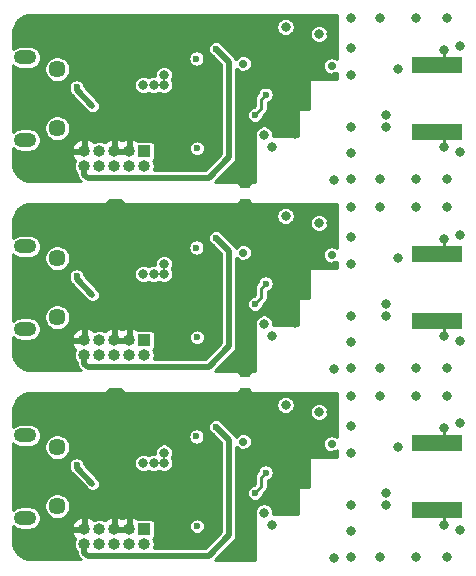
<source format=gbr>
G04 #@! TF.GenerationSoftware,KiCad,Pcbnew,(5.1.5)-3*
G04 #@! TF.CreationDate,2020-05-12T02:25:37+02:00*
G04 #@! TF.ProjectId,STRF,53545246-2e6b-4696-9361-645f70636258,rev?*
G04 #@! TF.SameCoordinates,Original*
G04 #@! TF.FileFunction,Copper,L4,Bot*
G04 #@! TF.FilePolarity,Positive*
%FSLAX46Y46*%
G04 Gerber Fmt 4.6, Leading zero omitted, Abs format (unit mm)*
G04 Created by KiCad (PCBNEW (5.1.5)-3) date 2020-05-12 02:25:37*
%MOMM*%
%LPD*%
G04 APERTURE LIST*
%ADD10C,1.450000*%
%ADD11O,1.900000X1.200000*%
%ADD12O,1.000000X1.000000*%
%ADD13R,1.000000X1.000000*%
%ADD14R,4.200000X1.350000*%
%ADD15C,0.800000*%
%ADD16C,0.600000*%
%ADD17C,0.700000*%
%ADD18C,0.500000*%
%ADD19C,0.293370*%
%ADD20C,0.500000*%
%ADD21C,0.254000*%
G04 APERTURE END LIST*
D10*
X25412500Y-64000000D03*
X25412500Y-69000000D03*
D11*
X22712500Y-63000000D03*
X22712500Y-70000000D03*
D12*
X27720000Y-72220000D03*
X27720000Y-70950000D03*
X28990000Y-72220000D03*
X28990000Y-70950000D03*
X30260000Y-72220000D03*
X30260000Y-70950000D03*
X31530000Y-72220000D03*
X31530000Y-70950000D03*
X32800000Y-72220000D03*
D13*
X32800000Y-70950000D03*
D14*
X57600000Y-69325000D03*
X57600000Y-63675000D03*
D11*
X22712500Y-54000000D03*
X22712500Y-47000000D03*
D10*
X25412500Y-53000000D03*
X25412500Y-48000000D03*
D13*
X32800000Y-54950000D03*
D12*
X32800000Y-56220000D03*
X31530000Y-54950000D03*
X31530000Y-56220000D03*
X30260000Y-54950000D03*
X30260000Y-56220000D03*
X28990000Y-54950000D03*
X28990000Y-56220000D03*
X27720000Y-54950000D03*
X27720000Y-56220000D03*
D14*
X57600000Y-47675000D03*
X57600000Y-53325000D03*
X57600000Y-37325000D03*
X57600000Y-31675000D03*
D12*
X27720000Y-40220000D03*
X27720000Y-38950000D03*
X28990000Y-40220000D03*
X28990000Y-38950000D03*
X30260000Y-40220000D03*
X30260000Y-38950000D03*
X31530000Y-40220000D03*
X31530000Y-38950000D03*
X32800000Y-40220000D03*
D13*
X32800000Y-38950000D03*
D10*
X25412500Y-32000000D03*
X25412500Y-37000000D03*
D11*
X22712500Y-31000000D03*
X22712500Y-38000000D03*
D15*
X54300000Y-32025000D03*
D16*
X35715000Y-37485000D03*
D15*
X48625000Y-29025000D03*
X46300000Y-28425000D03*
X26325000Y-38500000D03*
X42725000Y-30875000D03*
X40975000Y-28925000D03*
X40975000Y-28000000D03*
X34350000Y-31425000D03*
X28000000Y-33350000D03*
X27075000Y-36200000D03*
X28100000Y-37200000D03*
X53250000Y-36900000D03*
X53250000Y-35900000D03*
X58200000Y-30400000D03*
X58200000Y-38600000D03*
X48850000Y-41350000D03*
X43600000Y-38600000D03*
X30600000Y-32975000D03*
X30600000Y-31475000D03*
D17*
X48900000Y-32600000D03*
D15*
X38225000Y-34475000D03*
X38200000Y-33475000D03*
X38200000Y-35475000D03*
X50250000Y-27700000D03*
X50250000Y-30200000D03*
X50250000Y-32500000D03*
X50250000Y-41300000D03*
X50250000Y-39075000D03*
X59500000Y-30000000D03*
X52750000Y-27700000D03*
X55750000Y-27700000D03*
X58400000Y-27700000D03*
X59500000Y-39000000D03*
X50250000Y-36900000D03*
D17*
X30350000Y-35100000D03*
D15*
X27075000Y-37200000D03*
X29100000Y-37200000D03*
D17*
X41500000Y-32375000D03*
D15*
X31900000Y-29600000D03*
X42000000Y-28000000D03*
X42000000Y-28925000D03*
X45550000Y-37450000D03*
X52750000Y-41300000D03*
X55750000Y-41300000D03*
X58400000Y-41300000D03*
X34350000Y-47425000D03*
X40975000Y-44000000D03*
X28000000Y-49350000D03*
X50250000Y-43700000D03*
X50250000Y-46200000D03*
X38200000Y-51475000D03*
X40975000Y-44925000D03*
X48850000Y-57350000D03*
X27075000Y-52200000D03*
X43600000Y-54600000D03*
X42725000Y-46875000D03*
X50250000Y-48500000D03*
X46300000Y-44425000D03*
X26325000Y-54500000D03*
X50250000Y-55075000D03*
X58200000Y-54600000D03*
X59500000Y-46000000D03*
X52750000Y-43700000D03*
X50250000Y-52900000D03*
D17*
X41500000Y-48375000D03*
X30350000Y-51100000D03*
D15*
X31900000Y-45600000D03*
X42000000Y-44925000D03*
X48625000Y-45025000D03*
X52750000Y-57300000D03*
X58400000Y-57300000D03*
X45550000Y-53450000D03*
X42000000Y-44000000D03*
X28100000Y-53200000D03*
X30600000Y-48975000D03*
X38200000Y-49475000D03*
X58400000Y-43700000D03*
X54300000Y-48025000D03*
X55750000Y-57300000D03*
X55750000Y-43700000D03*
X58200000Y-46400000D03*
X50250000Y-57300000D03*
X27075000Y-53200000D03*
X59500000Y-55000000D03*
X29100000Y-53200000D03*
X53250000Y-51900000D03*
X53250000Y-52900000D03*
X30600000Y-47475000D03*
D17*
X48900000Y-48600000D03*
D16*
X35715000Y-53485000D03*
D15*
X38225000Y-50475000D03*
X48850000Y-73350000D03*
X50250000Y-64500000D03*
X26325000Y-70500000D03*
X50250000Y-68900000D03*
X40975000Y-60000000D03*
X38200000Y-67475000D03*
X40975000Y-60925000D03*
X43600000Y-70600000D03*
X58200000Y-70600000D03*
X52750000Y-59700000D03*
X42725000Y-62875000D03*
X50250000Y-71075000D03*
X59500000Y-62000000D03*
X34350000Y-63425000D03*
X50250000Y-62200000D03*
X50250000Y-59700000D03*
X28000000Y-65350000D03*
X27075000Y-68200000D03*
X46300000Y-60425000D03*
D17*
X30350000Y-67100000D03*
D15*
X52750000Y-73300000D03*
X30600000Y-63475000D03*
X30600000Y-64975000D03*
X58400000Y-59700000D03*
X48625000Y-61025000D03*
X42000000Y-60000000D03*
X50250000Y-73300000D03*
X53250000Y-67900000D03*
X54300000Y-64025000D03*
X29100000Y-69200000D03*
X45550000Y-69450000D03*
D17*
X48900000Y-64600000D03*
D15*
X58200000Y-62400000D03*
D16*
X35715000Y-69485000D03*
D15*
X27075000Y-69200000D03*
X42000000Y-60925000D03*
X53250000Y-68900000D03*
X28100000Y-69200000D03*
X55750000Y-73300000D03*
X38225000Y-66475000D03*
X58400000Y-73300000D03*
X55750000Y-59700000D03*
X59500000Y-71000000D03*
D17*
X41500000Y-64375000D03*
D15*
X31900000Y-61600000D03*
X38200000Y-65475000D03*
D16*
X37250000Y-38700000D03*
X37200000Y-31100000D03*
D15*
X47575000Y-29025000D03*
D17*
X48650000Y-31725000D03*
D15*
X32700000Y-33350000D03*
X44750000Y-28425000D03*
X42925000Y-37550000D03*
X33575000Y-33350000D03*
X34450000Y-33350000D03*
X34450000Y-32475000D03*
D17*
X41175000Y-31525000D03*
D16*
X37250000Y-54700000D03*
X37200000Y-47100000D03*
D15*
X33575000Y-49350000D03*
X42925000Y-53550000D03*
X32700000Y-49350000D03*
D17*
X41175000Y-47525000D03*
D15*
X34450000Y-49350000D03*
X44750000Y-44425000D03*
D17*
X48650000Y-47725000D03*
D15*
X47575000Y-45025000D03*
X34450000Y-48475000D03*
D16*
X37250000Y-70700000D03*
D15*
X33575000Y-65350000D03*
X44750000Y-60425000D03*
D17*
X48650000Y-63725000D03*
D15*
X47575000Y-61025000D03*
X34450000Y-64475000D03*
D17*
X41175000Y-63525000D03*
D16*
X37200000Y-63100000D03*
D15*
X42925000Y-69550000D03*
X32700000Y-65350000D03*
X34450000Y-65350000D03*
D16*
X38866275Y-30282975D03*
X38866275Y-46282975D03*
X38866275Y-62282975D03*
D18*
X28400000Y-35100000D03*
D16*
X27050000Y-33550000D03*
D18*
X28400000Y-51100000D03*
D16*
X27050000Y-49550000D03*
D18*
X28400000Y-67100000D03*
D16*
X27050000Y-65550000D03*
X43050000Y-34150000D03*
X42145420Y-35871685D03*
X43050000Y-50150000D03*
X42145420Y-51871685D03*
X43050000Y-66150000D03*
X42145420Y-67871685D03*
D19*
X58200000Y-37325000D02*
X58200000Y-38600000D01*
X58200000Y-31675000D02*
X58200000Y-30400000D01*
X58200000Y-47675000D02*
X58200000Y-46400000D01*
X58200000Y-53325000D02*
X58200000Y-54600000D01*
X58200000Y-63675000D02*
X58200000Y-62400000D01*
X58200000Y-69325000D02*
X58200000Y-70600000D01*
D20*
X39950000Y-31366700D02*
X39950000Y-39475000D01*
X27720000Y-40927106D02*
X27720000Y-40220000D01*
X38225000Y-41200000D02*
X27992894Y-41200000D01*
X38866275Y-30282975D02*
X39950000Y-31366700D01*
X39950000Y-39475000D02*
X38225000Y-41200000D01*
X27992894Y-41200000D02*
X27720000Y-40927106D01*
X39950000Y-47366700D02*
X39950000Y-55475000D01*
X38225000Y-57200000D02*
X27992894Y-57200000D01*
X39950000Y-55475000D02*
X38225000Y-57200000D01*
X27720000Y-56927106D02*
X27720000Y-56220000D01*
X38866275Y-46282975D02*
X39950000Y-47366700D01*
X27992894Y-57200000D02*
X27720000Y-56927106D01*
X39950000Y-71475000D02*
X38225000Y-73200000D01*
X39950000Y-63366700D02*
X39950000Y-71475000D01*
X38225000Y-73200000D02*
X27992894Y-73200000D01*
X27720000Y-72927106D02*
X27720000Y-72220000D01*
X27992894Y-73200000D02*
X27720000Y-72927106D01*
X38866275Y-62282975D02*
X39950000Y-63366700D01*
X27050000Y-33750000D02*
X27050000Y-33550000D01*
X28400000Y-35100000D02*
X27050000Y-33750000D01*
X28400000Y-51100000D02*
X27050000Y-49750000D01*
X27050000Y-49750000D02*
X27050000Y-49550000D01*
X27050000Y-65750000D02*
X27050000Y-65550000D01*
X28400000Y-67100000D02*
X27050000Y-65750000D01*
D19*
X42145420Y-35871685D02*
X42700000Y-35317105D01*
X42700000Y-34500000D02*
X43050000Y-34150000D01*
X42700000Y-35317105D02*
X42700000Y-34500000D01*
X42700000Y-50500000D02*
X43050000Y-50150000D01*
X42700000Y-51317105D02*
X42700000Y-50500000D01*
X42145420Y-51871685D02*
X42700000Y-51317105D01*
X42700000Y-67317105D02*
X42700000Y-66500000D01*
X42700000Y-66500000D02*
X43050000Y-66150000D01*
X42145420Y-67871685D02*
X42700000Y-67317105D01*
D21*
G36*
X49123000Y-31164210D02*
G01*
X49115985Y-31157195D01*
X48996258Y-31077196D01*
X48863225Y-31022092D01*
X48721997Y-30994000D01*
X48578003Y-30994000D01*
X48436775Y-31022092D01*
X48303742Y-31077196D01*
X48184015Y-31157195D01*
X48082195Y-31259015D01*
X48002196Y-31378742D01*
X47947092Y-31511775D01*
X47919000Y-31653003D01*
X47919000Y-31796997D01*
X47947092Y-31938225D01*
X48002196Y-32071258D01*
X48082195Y-32190985D01*
X48184015Y-32292805D01*
X48303742Y-32372804D01*
X48436775Y-32427908D01*
X48578003Y-32456000D01*
X48721997Y-32456000D01*
X48863225Y-32427908D01*
X48996258Y-32372804D01*
X49115985Y-32292805D01*
X49123000Y-32285790D01*
X49123000Y-32848000D01*
X46850000Y-32848000D01*
X46825224Y-32850440D01*
X46801399Y-32857667D01*
X46779443Y-32869403D01*
X46760197Y-32885197D01*
X46744403Y-32904443D01*
X46732667Y-32926399D01*
X46725440Y-32950224D01*
X46723000Y-32975000D01*
X46723000Y-35348000D01*
X45900000Y-35348000D01*
X45875224Y-35350440D01*
X45851399Y-35357667D01*
X45829443Y-35369403D01*
X45810197Y-35385197D01*
X45794403Y-35404443D01*
X45782667Y-35426399D01*
X45775440Y-35450224D01*
X45773000Y-35475000D01*
X45773000Y-37673000D01*
X43696835Y-37673000D01*
X43706000Y-37626922D01*
X43706000Y-37473078D01*
X43675987Y-37322191D01*
X43617113Y-37180058D01*
X43531642Y-37052141D01*
X43422859Y-36943358D01*
X43294942Y-36857887D01*
X43152809Y-36799013D01*
X43001922Y-36769000D01*
X42848078Y-36769000D01*
X42697191Y-36799013D01*
X42555058Y-36857887D01*
X42427141Y-36943358D01*
X42318358Y-37052141D01*
X42232887Y-37180058D01*
X42174013Y-37322191D01*
X42144000Y-37473078D01*
X42144000Y-37626922D01*
X42174013Y-37777809D01*
X42198000Y-37835718D01*
X42198000Y-41544610D01*
X42020572Y-41544062D01*
X42000000Y-41542036D01*
X41960601Y-41545917D01*
X41921646Y-41549632D01*
X41921044Y-41549813D01*
X41920410Y-41549875D01*
X41882557Y-41561358D01*
X41845044Y-41572610D01*
X41844487Y-41572906D01*
X41843879Y-41573090D01*
X41808909Y-41591782D01*
X41774396Y-41610093D01*
X41773911Y-41610489D01*
X41773347Y-41610790D01*
X41742635Y-41635995D01*
X41712418Y-41660638D01*
X41712018Y-41661122D01*
X41711526Y-41661526D01*
X41686413Y-41692127D01*
X41661492Y-41722302D01*
X41661193Y-41722856D01*
X41660790Y-41723348D01*
X41642177Y-41758171D01*
X41623574Y-41792717D01*
X41623389Y-41793321D01*
X41623090Y-41793880D01*
X41611640Y-41831627D01*
X41600123Y-41869176D01*
X41600059Y-41869804D01*
X41599875Y-41870411D01*
X41599705Y-41872138D01*
X40950359Y-41871367D01*
X40950151Y-41870671D01*
X40950125Y-41870410D01*
X40945756Y-41856008D01*
X40927429Y-41794854D01*
X40889965Y-41724197D01*
X40839436Y-41662207D01*
X40777785Y-41611264D01*
X40707379Y-41573329D01*
X40630926Y-41549858D01*
X40571297Y-41543783D01*
X40567612Y-41543771D01*
X40550000Y-41542036D01*
X40533544Y-41543657D01*
X38779575Y-41537793D01*
X40374263Y-39943105D01*
X40398343Y-39923343D01*
X40477196Y-39827261D01*
X40535789Y-39717642D01*
X40571870Y-39598698D01*
X40581000Y-39505998D01*
X40581000Y-39505989D01*
X40584052Y-39475001D01*
X40581000Y-39444013D01*
X40581000Y-35804612D01*
X41464420Y-35804612D01*
X41464420Y-35938758D01*
X41490591Y-36070325D01*
X41541926Y-36194259D01*
X41616453Y-36305797D01*
X41711308Y-36400652D01*
X41822846Y-36475179D01*
X41946780Y-36526514D01*
X42078347Y-36552685D01*
X42212493Y-36552685D01*
X42344060Y-36526514D01*
X42467994Y-36475179D01*
X42579532Y-36400652D01*
X42674387Y-36305797D01*
X42748914Y-36194259D01*
X42800249Y-36070325D01*
X42826420Y-35938758D01*
X42826420Y-35936944D01*
X43054798Y-35708566D01*
X43074935Y-35692040D01*
X43128152Y-35627195D01*
X43140877Y-35611690D01*
X43189876Y-35520019D01*
X43210430Y-35452260D01*
X43220050Y-35420549D01*
X43227685Y-35343027D01*
X43227685Y-35343025D01*
X43230238Y-35317105D01*
X43227685Y-35291185D01*
X43227685Y-34808997D01*
X43248640Y-34804829D01*
X43372574Y-34753494D01*
X43484112Y-34678967D01*
X43578967Y-34584112D01*
X43653494Y-34472574D01*
X43704829Y-34348640D01*
X43731000Y-34217073D01*
X43731000Y-34082927D01*
X43704829Y-33951360D01*
X43653494Y-33827426D01*
X43578967Y-33715888D01*
X43484112Y-33621033D01*
X43372574Y-33546506D01*
X43248640Y-33495171D01*
X43117073Y-33469000D01*
X42982927Y-33469000D01*
X42851360Y-33495171D01*
X42727426Y-33546506D01*
X42615888Y-33621033D01*
X42521033Y-33715888D01*
X42446506Y-33827426D01*
X42395171Y-33951360D01*
X42369000Y-34082927D01*
X42369000Y-34084741D01*
X42345197Y-34108544D01*
X42325066Y-34125065D01*
X42308545Y-34145196D01*
X42308541Y-34145200D01*
X42259124Y-34205416D01*
X42210125Y-34297087D01*
X42179951Y-34396556D01*
X42169762Y-34500000D01*
X42172315Y-34525919D01*
X42172315Y-35098531D01*
X42080161Y-35190685D01*
X42078347Y-35190685D01*
X41946780Y-35216856D01*
X41822846Y-35268191D01*
X41711308Y-35342718D01*
X41616453Y-35437573D01*
X41541926Y-35549111D01*
X41490591Y-35673045D01*
X41464420Y-35804612D01*
X40581000Y-35804612D01*
X40581000Y-31951781D01*
X40607195Y-31990985D01*
X40709015Y-32092805D01*
X40828742Y-32172804D01*
X40961775Y-32227908D01*
X41103003Y-32256000D01*
X41246997Y-32256000D01*
X41388225Y-32227908D01*
X41521258Y-32172804D01*
X41640985Y-32092805D01*
X41742805Y-31990985D01*
X41822804Y-31871258D01*
X41877908Y-31738225D01*
X41906000Y-31596997D01*
X41906000Y-31453003D01*
X41877908Y-31311775D01*
X41822804Y-31178742D01*
X41742805Y-31059015D01*
X41640985Y-30957195D01*
X41521258Y-30877196D01*
X41388225Y-30822092D01*
X41246997Y-30794000D01*
X41103003Y-30794000D01*
X40961775Y-30822092D01*
X40828742Y-30877196D01*
X40709015Y-30957195D01*
X40607195Y-31059015D01*
X40544515Y-31152823D01*
X40535789Y-31124058D01*
X40477196Y-31014439D01*
X40418103Y-30942434D01*
X40418101Y-30942432D01*
X40398343Y-30918357D01*
X40374269Y-30898600D01*
X39493598Y-30017930D01*
X39469769Y-29960401D01*
X39395242Y-29848863D01*
X39300387Y-29754008D01*
X39188849Y-29679481D01*
X39064915Y-29628146D01*
X38933348Y-29601975D01*
X38799202Y-29601975D01*
X38667635Y-29628146D01*
X38543701Y-29679481D01*
X38432163Y-29754008D01*
X38337308Y-29848863D01*
X38262781Y-29960401D01*
X38211446Y-30084335D01*
X38185275Y-30215902D01*
X38185275Y-30350048D01*
X38211446Y-30481615D01*
X38262781Y-30605549D01*
X38337308Y-30717087D01*
X38432163Y-30811942D01*
X38543701Y-30886469D01*
X38601230Y-30910298D01*
X39319000Y-31628069D01*
X39319001Y-39213631D01*
X37963632Y-40569000D01*
X33609027Y-40569000D01*
X33647144Y-40476978D01*
X33681000Y-40306771D01*
X33681000Y-40133229D01*
X33647144Y-39963022D01*
X33580732Y-39802690D01*
X33541806Y-39744432D01*
X33570711Y-39720711D01*
X33618322Y-39662696D01*
X33653701Y-39596508D01*
X33675487Y-39524689D01*
X33682843Y-39450000D01*
X33682843Y-38632927D01*
X36569000Y-38632927D01*
X36569000Y-38767073D01*
X36595171Y-38898640D01*
X36646506Y-39022574D01*
X36721033Y-39134112D01*
X36815888Y-39228967D01*
X36927426Y-39303494D01*
X37051360Y-39354829D01*
X37182927Y-39381000D01*
X37317073Y-39381000D01*
X37448640Y-39354829D01*
X37572574Y-39303494D01*
X37684112Y-39228967D01*
X37778967Y-39134112D01*
X37853494Y-39022574D01*
X37904829Y-38898640D01*
X37931000Y-38767073D01*
X37931000Y-38632927D01*
X37904829Y-38501360D01*
X37853494Y-38377426D01*
X37778967Y-38265888D01*
X37684112Y-38171033D01*
X37572574Y-38096506D01*
X37448640Y-38045171D01*
X37317073Y-38019000D01*
X37182927Y-38019000D01*
X37051360Y-38045171D01*
X36927426Y-38096506D01*
X36815888Y-38171033D01*
X36721033Y-38265888D01*
X36646506Y-38377426D01*
X36595171Y-38501360D01*
X36569000Y-38632927D01*
X33682843Y-38632927D01*
X33682843Y-38450000D01*
X33675487Y-38375311D01*
X33653701Y-38303492D01*
X33618322Y-38237304D01*
X33570711Y-38179289D01*
X33512696Y-38131678D01*
X33446508Y-38096299D01*
X33374689Y-38074513D01*
X33300000Y-38067157D01*
X32300000Y-38067157D01*
X32245622Y-38072513D01*
X32090206Y-37962877D01*
X31886864Y-37872554D01*
X31831874Y-37855881D01*
X31657000Y-37982046D01*
X31657000Y-38823000D01*
X31677000Y-38823000D01*
X31677000Y-39077000D01*
X31657000Y-39077000D01*
X31657000Y-39097000D01*
X31403000Y-39097000D01*
X31403000Y-39077000D01*
X30387000Y-39077000D01*
X30387000Y-39097000D01*
X30133000Y-39097000D01*
X30133000Y-39077000D01*
X30113000Y-39077000D01*
X30113000Y-38823000D01*
X30133000Y-38823000D01*
X30133000Y-37982046D01*
X30387000Y-37982046D01*
X30387000Y-38823000D01*
X31403000Y-38823000D01*
X31403000Y-37982046D01*
X31228126Y-37855881D01*
X31173136Y-37872554D01*
X30969794Y-37962877D01*
X30895000Y-38015639D01*
X30820206Y-37962877D01*
X30616864Y-37872554D01*
X30561874Y-37855881D01*
X30387000Y-37982046D01*
X30133000Y-37982046D01*
X29958126Y-37855881D01*
X29903136Y-37872554D01*
X29699794Y-37962877D01*
X29517980Y-38091135D01*
X29429569Y-38184141D01*
X29407310Y-38169268D01*
X29246978Y-38102856D01*
X29076771Y-38069000D01*
X28903229Y-38069000D01*
X28733022Y-38102856D01*
X28572690Y-38169268D01*
X28550431Y-38184141D01*
X28462020Y-38091135D01*
X28280206Y-37962877D01*
X28076864Y-37872554D01*
X28021874Y-37855881D01*
X27847000Y-37982046D01*
X27847000Y-38823000D01*
X27867000Y-38823000D01*
X27867000Y-39077000D01*
X27847000Y-39077000D01*
X27847000Y-39097000D01*
X27593000Y-39097000D01*
X27593000Y-39077000D01*
X26750871Y-39077000D01*
X26625874Y-39251876D01*
X26705790Y-39459529D01*
X26824682Y-39647601D01*
X26952824Y-39782402D01*
X26939268Y-39802690D01*
X26872856Y-39963022D01*
X26839000Y-40133229D01*
X26839000Y-40306771D01*
X26872856Y-40476978D01*
X26939268Y-40637310D01*
X27035682Y-40781605D01*
X27089000Y-40834923D01*
X27089000Y-40896116D01*
X27085948Y-40927106D01*
X27089000Y-40958096D01*
X27089000Y-40958103D01*
X27098130Y-41050803D01*
X27134211Y-41169747D01*
X27192804Y-41279366D01*
X27271657Y-41375449D01*
X27295738Y-41395212D01*
X27406418Y-41505892D01*
X23270437Y-41494057D01*
X22940770Y-41461733D01*
X22643316Y-41371926D01*
X22368975Y-41226056D01*
X22128187Y-41029675D01*
X21930129Y-40790265D01*
X21782346Y-40516948D01*
X21690465Y-40220128D01*
X21656000Y-39892218D01*
X21656000Y-38685486D01*
X21665472Y-38697028D01*
X21814849Y-38819618D01*
X21985271Y-38910711D01*
X22170190Y-38966805D01*
X22314313Y-38981000D01*
X23110687Y-38981000D01*
X23254810Y-38966805D01*
X23439729Y-38910711D01*
X23610151Y-38819618D01*
X23759528Y-38697028D01*
X23799662Y-38648124D01*
X26625874Y-38648124D01*
X26750871Y-38823000D01*
X27593000Y-38823000D01*
X27593000Y-37982046D01*
X27418126Y-37855881D01*
X27363136Y-37872554D01*
X27159794Y-37962877D01*
X26977980Y-38091135D01*
X26824682Y-38252399D01*
X26705790Y-38440471D01*
X26625874Y-38648124D01*
X23799662Y-38648124D01*
X23882118Y-38547651D01*
X23973211Y-38377229D01*
X24029305Y-38192310D01*
X24048246Y-38000000D01*
X24029305Y-37807690D01*
X23973211Y-37622771D01*
X23882118Y-37452349D01*
X23759528Y-37302972D01*
X23610151Y-37180382D01*
X23439729Y-37089289D01*
X23254810Y-37033195D01*
X23110687Y-37019000D01*
X22314313Y-37019000D01*
X22170190Y-37033195D01*
X21985271Y-37089289D01*
X21814849Y-37180382D01*
X21665472Y-37302972D01*
X21656000Y-37314514D01*
X21656000Y-36891069D01*
X24306500Y-36891069D01*
X24306500Y-37108931D01*
X24349003Y-37322608D01*
X24432376Y-37523887D01*
X24553414Y-37705034D01*
X24707466Y-37859086D01*
X24888613Y-37980124D01*
X25089892Y-38063497D01*
X25303569Y-38106000D01*
X25521431Y-38106000D01*
X25735108Y-38063497D01*
X25936387Y-37980124D01*
X26117534Y-37859086D01*
X26271586Y-37705034D01*
X26392624Y-37523887D01*
X26475997Y-37322608D01*
X26518500Y-37108931D01*
X26518500Y-36891069D01*
X26475997Y-36677392D01*
X26392624Y-36476113D01*
X26271586Y-36294966D01*
X26117534Y-36140914D01*
X25936387Y-36019876D01*
X25735108Y-35936503D01*
X25521431Y-35894000D01*
X25303569Y-35894000D01*
X25089892Y-35936503D01*
X24888613Y-36019876D01*
X24707466Y-36140914D01*
X24553414Y-36294966D01*
X24432376Y-36476113D01*
X24349003Y-36677392D01*
X24306500Y-36891069D01*
X21656000Y-36891069D01*
X21656000Y-33482927D01*
X26369000Y-33482927D01*
X26369000Y-33617073D01*
X26395171Y-33748640D01*
X26422252Y-33814021D01*
X26428130Y-33873697D01*
X26464211Y-33992641D01*
X26522804Y-34102260D01*
X26601657Y-34198343D01*
X26625737Y-34218105D01*
X27909870Y-35502239D01*
X27997761Y-35590130D01*
X28023663Y-35607437D01*
X28047738Y-35627195D01*
X28075204Y-35641876D01*
X28101109Y-35659185D01*
X28129893Y-35671108D01*
X28157358Y-35685788D01*
X28187159Y-35694828D01*
X28215944Y-35706751D01*
X28246502Y-35712829D01*
X28276302Y-35721869D01*
X28307292Y-35724921D01*
X28337852Y-35731000D01*
X28369011Y-35731000D01*
X28399999Y-35734052D01*
X28430987Y-35731000D01*
X28462148Y-35731000D01*
X28492709Y-35724921D01*
X28523697Y-35721869D01*
X28553495Y-35712830D01*
X28584056Y-35706751D01*
X28612843Y-35694827D01*
X28642641Y-35685788D01*
X28670102Y-35671110D01*
X28698891Y-35659185D01*
X28724803Y-35641871D01*
X28752260Y-35627195D01*
X28776325Y-35607445D01*
X28802239Y-35590130D01*
X28824278Y-35568091D01*
X28848342Y-35548342D01*
X28868091Y-35524278D01*
X28890130Y-35502239D01*
X28907445Y-35476325D01*
X28927195Y-35452260D01*
X28941871Y-35424803D01*
X28959185Y-35398891D01*
X28971110Y-35370102D01*
X28985788Y-35342641D01*
X28994827Y-35312843D01*
X29006751Y-35284056D01*
X29012830Y-35253495D01*
X29021869Y-35223697D01*
X29024921Y-35192709D01*
X29031000Y-35162148D01*
X29031000Y-35130987D01*
X29034052Y-35099999D01*
X29031000Y-35069011D01*
X29031000Y-35037852D01*
X29024921Y-35007292D01*
X29021869Y-34976302D01*
X29012829Y-34946502D01*
X29006751Y-34915944D01*
X28994828Y-34887159D01*
X28985788Y-34857358D01*
X28971108Y-34829893D01*
X28959185Y-34801109D01*
X28941876Y-34775204D01*
X28927195Y-34747738D01*
X28907437Y-34723663D01*
X28890130Y-34697761D01*
X28802239Y-34609870D01*
X27731000Y-33538632D01*
X27731000Y-33482927D01*
X27704829Y-33351360D01*
X27672404Y-33273078D01*
X31919000Y-33273078D01*
X31919000Y-33426922D01*
X31949013Y-33577809D01*
X32007887Y-33719942D01*
X32093358Y-33847859D01*
X32202141Y-33956642D01*
X32330058Y-34042113D01*
X32472191Y-34100987D01*
X32623078Y-34131000D01*
X32776922Y-34131000D01*
X32927809Y-34100987D01*
X33069942Y-34042113D01*
X33137500Y-33996972D01*
X33205058Y-34042113D01*
X33347191Y-34100987D01*
X33498078Y-34131000D01*
X33651922Y-34131000D01*
X33802809Y-34100987D01*
X33944942Y-34042113D01*
X34012500Y-33996972D01*
X34080058Y-34042113D01*
X34222191Y-34100987D01*
X34373078Y-34131000D01*
X34526922Y-34131000D01*
X34677809Y-34100987D01*
X34819942Y-34042113D01*
X34947859Y-33956642D01*
X35056642Y-33847859D01*
X35142113Y-33719942D01*
X35200987Y-33577809D01*
X35231000Y-33426922D01*
X35231000Y-33273078D01*
X35200987Y-33122191D01*
X35142113Y-32980058D01*
X35096972Y-32912500D01*
X35142113Y-32844942D01*
X35200987Y-32702809D01*
X35231000Y-32551922D01*
X35231000Y-32398078D01*
X35200987Y-32247191D01*
X35142113Y-32105058D01*
X35056642Y-31977141D01*
X34947859Y-31868358D01*
X34819942Y-31782887D01*
X34677809Y-31724013D01*
X34526922Y-31694000D01*
X34373078Y-31694000D01*
X34222191Y-31724013D01*
X34080058Y-31782887D01*
X33952141Y-31868358D01*
X33843358Y-31977141D01*
X33757887Y-32105058D01*
X33699013Y-32247191D01*
X33669000Y-32398078D01*
X33669000Y-32551922D01*
X33673240Y-32573240D01*
X33651922Y-32569000D01*
X33498078Y-32569000D01*
X33347191Y-32599013D01*
X33205058Y-32657887D01*
X33137500Y-32703028D01*
X33069942Y-32657887D01*
X32927809Y-32599013D01*
X32776922Y-32569000D01*
X32623078Y-32569000D01*
X32472191Y-32599013D01*
X32330058Y-32657887D01*
X32202141Y-32743358D01*
X32093358Y-32852141D01*
X32007887Y-32980058D01*
X31949013Y-33122191D01*
X31919000Y-33273078D01*
X27672404Y-33273078D01*
X27653494Y-33227426D01*
X27578967Y-33115888D01*
X27484112Y-33021033D01*
X27372574Y-32946506D01*
X27248640Y-32895171D01*
X27117073Y-32869000D01*
X26982927Y-32869000D01*
X26851360Y-32895171D01*
X26727426Y-32946506D01*
X26615888Y-33021033D01*
X26521033Y-33115888D01*
X26446506Y-33227426D01*
X26395171Y-33351360D01*
X26369000Y-33482927D01*
X21656000Y-33482927D01*
X21656000Y-31685486D01*
X21665472Y-31697028D01*
X21814849Y-31819618D01*
X21985271Y-31910711D01*
X22170190Y-31966805D01*
X22314313Y-31981000D01*
X23110687Y-31981000D01*
X23254810Y-31966805D01*
X23439729Y-31910711D01*
X23476476Y-31891069D01*
X24306500Y-31891069D01*
X24306500Y-32108931D01*
X24349003Y-32322608D01*
X24432376Y-32523887D01*
X24553414Y-32705034D01*
X24707466Y-32859086D01*
X24888613Y-32980124D01*
X25089892Y-33063497D01*
X25303569Y-33106000D01*
X25521431Y-33106000D01*
X25735108Y-33063497D01*
X25936387Y-32980124D01*
X26117534Y-32859086D01*
X26271586Y-32705034D01*
X26392624Y-32523887D01*
X26475997Y-32322608D01*
X26518500Y-32108931D01*
X26518500Y-31891069D01*
X26475997Y-31677392D01*
X26392624Y-31476113D01*
X26271586Y-31294966D01*
X26117534Y-31140914D01*
X25955920Y-31032927D01*
X36519000Y-31032927D01*
X36519000Y-31167073D01*
X36545171Y-31298640D01*
X36596506Y-31422574D01*
X36671033Y-31534112D01*
X36765888Y-31628967D01*
X36877426Y-31703494D01*
X37001360Y-31754829D01*
X37132927Y-31781000D01*
X37267073Y-31781000D01*
X37398640Y-31754829D01*
X37522574Y-31703494D01*
X37634112Y-31628967D01*
X37728967Y-31534112D01*
X37803494Y-31422574D01*
X37854829Y-31298640D01*
X37881000Y-31167073D01*
X37881000Y-31032927D01*
X37854829Y-30901360D01*
X37803494Y-30777426D01*
X37728967Y-30665888D01*
X37634112Y-30571033D01*
X37522574Y-30496506D01*
X37398640Y-30445171D01*
X37267073Y-30419000D01*
X37132927Y-30419000D01*
X37001360Y-30445171D01*
X36877426Y-30496506D01*
X36765888Y-30571033D01*
X36671033Y-30665888D01*
X36596506Y-30777426D01*
X36545171Y-30901360D01*
X36519000Y-31032927D01*
X25955920Y-31032927D01*
X25936387Y-31019876D01*
X25735108Y-30936503D01*
X25521431Y-30894000D01*
X25303569Y-30894000D01*
X25089892Y-30936503D01*
X24888613Y-31019876D01*
X24707466Y-31140914D01*
X24553414Y-31294966D01*
X24432376Y-31476113D01*
X24349003Y-31677392D01*
X24306500Y-31891069D01*
X23476476Y-31891069D01*
X23610151Y-31819618D01*
X23759528Y-31697028D01*
X23882118Y-31547651D01*
X23973211Y-31377229D01*
X24029305Y-31192310D01*
X24048246Y-31000000D01*
X24029305Y-30807690D01*
X23973211Y-30622771D01*
X23882118Y-30452349D01*
X23759528Y-30302972D01*
X23610151Y-30180382D01*
X23439729Y-30089289D01*
X23254810Y-30033195D01*
X23110687Y-30019000D01*
X22314313Y-30019000D01*
X22170190Y-30033195D01*
X21985271Y-30089289D01*
X21814849Y-30180382D01*
X21665472Y-30302972D01*
X21656000Y-30314514D01*
X21656000Y-29019854D01*
X21688267Y-28690771D01*
X21778075Y-28393312D01*
X21802126Y-28348078D01*
X43969000Y-28348078D01*
X43969000Y-28501922D01*
X43999013Y-28652809D01*
X44057887Y-28794942D01*
X44143358Y-28922859D01*
X44252141Y-29031642D01*
X44380058Y-29117113D01*
X44522191Y-29175987D01*
X44673078Y-29206000D01*
X44826922Y-29206000D01*
X44977809Y-29175987D01*
X45119942Y-29117113D01*
X45247859Y-29031642D01*
X45331423Y-28948078D01*
X46794000Y-28948078D01*
X46794000Y-29101922D01*
X46824013Y-29252809D01*
X46882887Y-29394942D01*
X46968358Y-29522859D01*
X47077141Y-29631642D01*
X47205058Y-29717113D01*
X47347191Y-29775987D01*
X47498078Y-29806000D01*
X47651922Y-29806000D01*
X47802809Y-29775987D01*
X47944942Y-29717113D01*
X48072859Y-29631642D01*
X48181642Y-29522859D01*
X48267113Y-29394942D01*
X48325987Y-29252809D01*
X48356000Y-29101922D01*
X48356000Y-28948078D01*
X48325987Y-28797191D01*
X48267113Y-28655058D01*
X48181642Y-28527141D01*
X48072859Y-28418358D01*
X47944942Y-28332887D01*
X47802809Y-28274013D01*
X47651922Y-28244000D01*
X47498078Y-28244000D01*
X47347191Y-28274013D01*
X47205058Y-28332887D01*
X47077141Y-28418358D01*
X46968358Y-28527141D01*
X46882887Y-28655058D01*
X46824013Y-28797191D01*
X46794000Y-28948078D01*
X45331423Y-28948078D01*
X45356642Y-28922859D01*
X45442113Y-28794942D01*
X45500987Y-28652809D01*
X45531000Y-28501922D01*
X45531000Y-28348078D01*
X45500987Y-28197191D01*
X45442113Y-28055058D01*
X45356642Y-27927141D01*
X45247859Y-27818358D01*
X45119942Y-27732887D01*
X44977809Y-27674013D01*
X44826922Y-27644000D01*
X44673078Y-27644000D01*
X44522191Y-27674013D01*
X44380058Y-27732887D01*
X44252141Y-27818358D01*
X44143358Y-27927141D01*
X44057887Y-28055058D01*
X43999013Y-28197191D01*
X43969000Y-28348078D01*
X21802126Y-28348078D01*
X21923945Y-28118972D01*
X22120325Y-27878187D01*
X22359736Y-27680127D01*
X22633053Y-27532346D01*
X22929872Y-27440465D01*
X23257782Y-27406000D01*
X49123000Y-27406000D01*
X49123000Y-31164210D01*
G37*
X49123000Y-31164210D02*
X49115985Y-31157195D01*
X48996258Y-31077196D01*
X48863225Y-31022092D01*
X48721997Y-30994000D01*
X48578003Y-30994000D01*
X48436775Y-31022092D01*
X48303742Y-31077196D01*
X48184015Y-31157195D01*
X48082195Y-31259015D01*
X48002196Y-31378742D01*
X47947092Y-31511775D01*
X47919000Y-31653003D01*
X47919000Y-31796997D01*
X47947092Y-31938225D01*
X48002196Y-32071258D01*
X48082195Y-32190985D01*
X48184015Y-32292805D01*
X48303742Y-32372804D01*
X48436775Y-32427908D01*
X48578003Y-32456000D01*
X48721997Y-32456000D01*
X48863225Y-32427908D01*
X48996258Y-32372804D01*
X49115985Y-32292805D01*
X49123000Y-32285790D01*
X49123000Y-32848000D01*
X46850000Y-32848000D01*
X46825224Y-32850440D01*
X46801399Y-32857667D01*
X46779443Y-32869403D01*
X46760197Y-32885197D01*
X46744403Y-32904443D01*
X46732667Y-32926399D01*
X46725440Y-32950224D01*
X46723000Y-32975000D01*
X46723000Y-35348000D01*
X45900000Y-35348000D01*
X45875224Y-35350440D01*
X45851399Y-35357667D01*
X45829443Y-35369403D01*
X45810197Y-35385197D01*
X45794403Y-35404443D01*
X45782667Y-35426399D01*
X45775440Y-35450224D01*
X45773000Y-35475000D01*
X45773000Y-37673000D01*
X43696835Y-37673000D01*
X43706000Y-37626922D01*
X43706000Y-37473078D01*
X43675987Y-37322191D01*
X43617113Y-37180058D01*
X43531642Y-37052141D01*
X43422859Y-36943358D01*
X43294942Y-36857887D01*
X43152809Y-36799013D01*
X43001922Y-36769000D01*
X42848078Y-36769000D01*
X42697191Y-36799013D01*
X42555058Y-36857887D01*
X42427141Y-36943358D01*
X42318358Y-37052141D01*
X42232887Y-37180058D01*
X42174013Y-37322191D01*
X42144000Y-37473078D01*
X42144000Y-37626922D01*
X42174013Y-37777809D01*
X42198000Y-37835718D01*
X42198000Y-41544610D01*
X42020572Y-41544062D01*
X42000000Y-41542036D01*
X41960601Y-41545917D01*
X41921646Y-41549632D01*
X41921044Y-41549813D01*
X41920410Y-41549875D01*
X41882557Y-41561358D01*
X41845044Y-41572610D01*
X41844487Y-41572906D01*
X41843879Y-41573090D01*
X41808909Y-41591782D01*
X41774396Y-41610093D01*
X41773911Y-41610489D01*
X41773347Y-41610790D01*
X41742635Y-41635995D01*
X41712418Y-41660638D01*
X41712018Y-41661122D01*
X41711526Y-41661526D01*
X41686413Y-41692127D01*
X41661492Y-41722302D01*
X41661193Y-41722856D01*
X41660790Y-41723348D01*
X41642177Y-41758171D01*
X41623574Y-41792717D01*
X41623389Y-41793321D01*
X41623090Y-41793880D01*
X41611640Y-41831627D01*
X41600123Y-41869176D01*
X41600059Y-41869804D01*
X41599875Y-41870411D01*
X41599705Y-41872138D01*
X40950359Y-41871367D01*
X40950151Y-41870671D01*
X40950125Y-41870410D01*
X40945756Y-41856008D01*
X40927429Y-41794854D01*
X40889965Y-41724197D01*
X40839436Y-41662207D01*
X40777785Y-41611264D01*
X40707379Y-41573329D01*
X40630926Y-41549858D01*
X40571297Y-41543783D01*
X40567612Y-41543771D01*
X40550000Y-41542036D01*
X40533544Y-41543657D01*
X38779575Y-41537793D01*
X40374263Y-39943105D01*
X40398343Y-39923343D01*
X40477196Y-39827261D01*
X40535789Y-39717642D01*
X40571870Y-39598698D01*
X40581000Y-39505998D01*
X40581000Y-39505989D01*
X40584052Y-39475001D01*
X40581000Y-39444013D01*
X40581000Y-35804612D01*
X41464420Y-35804612D01*
X41464420Y-35938758D01*
X41490591Y-36070325D01*
X41541926Y-36194259D01*
X41616453Y-36305797D01*
X41711308Y-36400652D01*
X41822846Y-36475179D01*
X41946780Y-36526514D01*
X42078347Y-36552685D01*
X42212493Y-36552685D01*
X42344060Y-36526514D01*
X42467994Y-36475179D01*
X42579532Y-36400652D01*
X42674387Y-36305797D01*
X42748914Y-36194259D01*
X42800249Y-36070325D01*
X42826420Y-35938758D01*
X42826420Y-35936944D01*
X43054798Y-35708566D01*
X43074935Y-35692040D01*
X43128152Y-35627195D01*
X43140877Y-35611690D01*
X43189876Y-35520019D01*
X43210430Y-35452260D01*
X43220050Y-35420549D01*
X43227685Y-35343027D01*
X43227685Y-35343025D01*
X43230238Y-35317105D01*
X43227685Y-35291185D01*
X43227685Y-34808997D01*
X43248640Y-34804829D01*
X43372574Y-34753494D01*
X43484112Y-34678967D01*
X43578967Y-34584112D01*
X43653494Y-34472574D01*
X43704829Y-34348640D01*
X43731000Y-34217073D01*
X43731000Y-34082927D01*
X43704829Y-33951360D01*
X43653494Y-33827426D01*
X43578967Y-33715888D01*
X43484112Y-33621033D01*
X43372574Y-33546506D01*
X43248640Y-33495171D01*
X43117073Y-33469000D01*
X42982927Y-33469000D01*
X42851360Y-33495171D01*
X42727426Y-33546506D01*
X42615888Y-33621033D01*
X42521033Y-33715888D01*
X42446506Y-33827426D01*
X42395171Y-33951360D01*
X42369000Y-34082927D01*
X42369000Y-34084741D01*
X42345197Y-34108544D01*
X42325066Y-34125065D01*
X42308545Y-34145196D01*
X42308541Y-34145200D01*
X42259124Y-34205416D01*
X42210125Y-34297087D01*
X42179951Y-34396556D01*
X42169762Y-34500000D01*
X42172315Y-34525919D01*
X42172315Y-35098531D01*
X42080161Y-35190685D01*
X42078347Y-35190685D01*
X41946780Y-35216856D01*
X41822846Y-35268191D01*
X41711308Y-35342718D01*
X41616453Y-35437573D01*
X41541926Y-35549111D01*
X41490591Y-35673045D01*
X41464420Y-35804612D01*
X40581000Y-35804612D01*
X40581000Y-31951781D01*
X40607195Y-31990985D01*
X40709015Y-32092805D01*
X40828742Y-32172804D01*
X40961775Y-32227908D01*
X41103003Y-32256000D01*
X41246997Y-32256000D01*
X41388225Y-32227908D01*
X41521258Y-32172804D01*
X41640985Y-32092805D01*
X41742805Y-31990985D01*
X41822804Y-31871258D01*
X41877908Y-31738225D01*
X41906000Y-31596997D01*
X41906000Y-31453003D01*
X41877908Y-31311775D01*
X41822804Y-31178742D01*
X41742805Y-31059015D01*
X41640985Y-30957195D01*
X41521258Y-30877196D01*
X41388225Y-30822092D01*
X41246997Y-30794000D01*
X41103003Y-30794000D01*
X40961775Y-30822092D01*
X40828742Y-30877196D01*
X40709015Y-30957195D01*
X40607195Y-31059015D01*
X40544515Y-31152823D01*
X40535789Y-31124058D01*
X40477196Y-31014439D01*
X40418103Y-30942434D01*
X40418101Y-30942432D01*
X40398343Y-30918357D01*
X40374269Y-30898600D01*
X39493598Y-30017930D01*
X39469769Y-29960401D01*
X39395242Y-29848863D01*
X39300387Y-29754008D01*
X39188849Y-29679481D01*
X39064915Y-29628146D01*
X38933348Y-29601975D01*
X38799202Y-29601975D01*
X38667635Y-29628146D01*
X38543701Y-29679481D01*
X38432163Y-29754008D01*
X38337308Y-29848863D01*
X38262781Y-29960401D01*
X38211446Y-30084335D01*
X38185275Y-30215902D01*
X38185275Y-30350048D01*
X38211446Y-30481615D01*
X38262781Y-30605549D01*
X38337308Y-30717087D01*
X38432163Y-30811942D01*
X38543701Y-30886469D01*
X38601230Y-30910298D01*
X39319000Y-31628069D01*
X39319001Y-39213631D01*
X37963632Y-40569000D01*
X33609027Y-40569000D01*
X33647144Y-40476978D01*
X33681000Y-40306771D01*
X33681000Y-40133229D01*
X33647144Y-39963022D01*
X33580732Y-39802690D01*
X33541806Y-39744432D01*
X33570711Y-39720711D01*
X33618322Y-39662696D01*
X33653701Y-39596508D01*
X33675487Y-39524689D01*
X33682843Y-39450000D01*
X33682843Y-38632927D01*
X36569000Y-38632927D01*
X36569000Y-38767073D01*
X36595171Y-38898640D01*
X36646506Y-39022574D01*
X36721033Y-39134112D01*
X36815888Y-39228967D01*
X36927426Y-39303494D01*
X37051360Y-39354829D01*
X37182927Y-39381000D01*
X37317073Y-39381000D01*
X37448640Y-39354829D01*
X37572574Y-39303494D01*
X37684112Y-39228967D01*
X37778967Y-39134112D01*
X37853494Y-39022574D01*
X37904829Y-38898640D01*
X37931000Y-38767073D01*
X37931000Y-38632927D01*
X37904829Y-38501360D01*
X37853494Y-38377426D01*
X37778967Y-38265888D01*
X37684112Y-38171033D01*
X37572574Y-38096506D01*
X37448640Y-38045171D01*
X37317073Y-38019000D01*
X37182927Y-38019000D01*
X37051360Y-38045171D01*
X36927426Y-38096506D01*
X36815888Y-38171033D01*
X36721033Y-38265888D01*
X36646506Y-38377426D01*
X36595171Y-38501360D01*
X36569000Y-38632927D01*
X33682843Y-38632927D01*
X33682843Y-38450000D01*
X33675487Y-38375311D01*
X33653701Y-38303492D01*
X33618322Y-38237304D01*
X33570711Y-38179289D01*
X33512696Y-38131678D01*
X33446508Y-38096299D01*
X33374689Y-38074513D01*
X33300000Y-38067157D01*
X32300000Y-38067157D01*
X32245622Y-38072513D01*
X32090206Y-37962877D01*
X31886864Y-37872554D01*
X31831874Y-37855881D01*
X31657000Y-37982046D01*
X31657000Y-38823000D01*
X31677000Y-38823000D01*
X31677000Y-39077000D01*
X31657000Y-39077000D01*
X31657000Y-39097000D01*
X31403000Y-39097000D01*
X31403000Y-39077000D01*
X30387000Y-39077000D01*
X30387000Y-39097000D01*
X30133000Y-39097000D01*
X30133000Y-39077000D01*
X30113000Y-39077000D01*
X30113000Y-38823000D01*
X30133000Y-38823000D01*
X30133000Y-37982046D01*
X30387000Y-37982046D01*
X30387000Y-38823000D01*
X31403000Y-38823000D01*
X31403000Y-37982046D01*
X31228126Y-37855881D01*
X31173136Y-37872554D01*
X30969794Y-37962877D01*
X30895000Y-38015639D01*
X30820206Y-37962877D01*
X30616864Y-37872554D01*
X30561874Y-37855881D01*
X30387000Y-37982046D01*
X30133000Y-37982046D01*
X29958126Y-37855881D01*
X29903136Y-37872554D01*
X29699794Y-37962877D01*
X29517980Y-38091135D01*
X29429569Y-38184141D01*
X29407310Y-38169268D01*
X29246978Y-38102856D01*
X29076771Y-38069000D01*
X28903229Y-38069000D01*
X28733022Y-38102856D01*
X28572690Y-38169268D01*
X28550431Y-38184141D01*
X28462020Y-38091135D01*
X28280206Y-37962877D01*
X28076864Y-37872554D01*
X28021874Y-37855881D01*
X27847000Y-37982046D01*
X27847000Y-38823000D01*
X27867000Y-38823000D01*
X27867000Y-39077000D01*
X27847000Y-39077000D01*
X27847000Y-39097000D01*
X27593000Y-39097000D01*
X27593000Y-39077000D01*
X26750871Y-39077000D01*
X26625874Y-39251876D01*
X26705790Y-39459529D01*
X26824682Y-39647601D01*
X26952824Y-39782402D01*
X26939268Y-39802690D01*
X26872856Y-39963022D01*
X26839000Y-40133229D01*
X26839000Y-40306771D01*
X26872856Y-40476978D01*
X26939268Y-40637310D01*
X27035682Y-40781605D01*
X27089000Y-40834923D01*
X27089000Y-40896116D01*
X27085948Y-40927106D01*
X27089000Y-40958096D01*
X27089000Y-40958103D01*
X27098130Y-41050803D01*
X27134211Y-41169747D01*
X27192804Y-41279366D01*
X27271657Y-41375449D01*
X27295738Y-41395212D01*
X27406418Y-41505892D01*
X23270437Y-41494057D01*
X22940770Y-41461733D01*
X22643316Y-41371926D01*
X22368975Y-41226056D01*
X22128187Y-41029675D01*
X21930129Y-40790265D01*
X21782346Y-40516948D01*
X21690465Y-40220128D01*
X21656000Y-39892218D01*
X21656000Y-38685486D01*
X21665472Y-38697028D01*
X21814849Y-38819618D01*
X21985271Y-38910711D01*
X22170190Y-38966805D01*
X22314313Y-38981000D01*
X23110687Y-38981000D01*
X23254810Y-38966805D01*
X23439729Y-38910711D01*
X23610151Y-38819618D01*
X23759528Y-38697028D01*
X23799662Y-38648124D01*
X26625874Y-38648124D01*
X26750871Y-38823000D01*
X27593000Y-38823000D01*
X27593000Y-37982046D01*
X27418126Y-37855881D01*
X27363136Y-37872554D01*
X27159794Y-37962877D01*
X26977980Y-38091135D01*
X26824682Y-38252399D01*
X26705790Y-38440471D01*
X26625874Y-38648124D01*
X23799662Y-38648124D01*
X23882118Y-38547651D01*
X23973211Y-38377229D01*
X24029305Y-38192310D01*
X24048246Y-38000000D01*
X24029305Y-37807690D01*
X23973211Y-37622771D01*
X23882118Y-37452349D01*
X23759528Y-37302972D01*
X23610151Y-37180382D01*
X23439729Y-37089289D01*
X23254810Y-37033195D01*
X23110687Y-37019000D01*
X22314313Y-37019000D01*
X22170190Y-37033195D01*
X21985271Y-37089289D01*
X21814849Y-37180382D01*
X21665472Y-37302972D01*
X21656000Y-37314514D01*
X21656000Y-36891069D01*
X24306500Y-36891069D01*
X24306500Y-37108931D01*
X24349003Y-37322608D01*
X24432376Y-37523887D01*
X24553414Y-37705034D01*
X24707466Y-37859086D01*
X24888613Y-37980124D01*
X25089892Y-38063497D01*
X25303569Y-38106000D01*
X25521431Y-38106000D01*
X25735108Y-38063497D01*
X25936387Y-37980124D01*
X26117534Y-37859086D01*
X26271586Y-37705034D01*
X26392624Y-37523887D01*
X26475997Y-37322608D01*
X26518500Y-37108931D01*
X26518500Y-36891069D01*
X26475997Y-36677392D01*
X26392624Y-36476113D01*
X26271586Y-36294966D01*
X26117534Y-36140914D01*
X25936387Y-36019876D01*
X25735108Y-35936503D01*
X25521431Y-35894000D01*
X25303569Y-35894000D01*
X25089892Y-35936503D01*
X24888613Y-36019876D01*
X24707466Y-36140914D01*
X24553414Y-36294966D01*
X24432376Y-36476113D01*
X24349003Y-36677392D01*
X24306500Y-36891069D01*
X21656000Y-36891069D01*
X21656000Y-33482927D01*
X26369000Y-33482927D01*
X26369000Y-33617073D01*
X26395171Y-33748640D01*
X26422252Y-33814021D01*
X26428130Y-33873697D01*
X26464211Y-33992641D01*
X26522804Y-34102260D01*
X26601657Y-34198343D01*
X26625737Y-34218105D01*
X27909870Y-35502239D01*
X27997761Y-35590130D01*
X28023663Y-35607437D01*
X28047738Y-35627195D01*
X28075204Y-35641876D01*
X28101109Y-35659185D01*
X28129893Y-35671108D01*
X28157358Y-35685788D01*
X28187159Y-35694828D01*
X28215944Y-35706751D01*
X28246502Y-35712829D01*
X28276302Y-35721869D01*
X28307292Y-35724921D01*
X28337852Y-35731000D01*
X28369011Y-35731000D01*
X28399999Y-35734052D01*
X28430987Y-35731000D01*
X28462148Y-35731000D01*
X28492709Y-35724921D01*
X28523697Y-35721869D01*
X28553495Y-35712830D01*
X28584056Y-35706751D01*
X28612843Y-35694827D01*
X28642641Y-35685788D01*
X28670102Y-35671110D01*
X28698891Y-35659185D01*
X28724803Y-35641871D01*
X28752260Y-35627195D01*
X28776325Y-35607445D01*
X28802239Y-35590130D01*
X28824278Y-35568091D01*
X28848342Y-35548342D01*
X28868091Y-35524278D01*
X28890130Y-35502239D01*
X28907445Y-35476325D01*
X28927195Y-35452260D01*
X28941871Y-35424803D01*
X28959185Y-35398891D01*
X28971110Y-35370102D01*
X28985788Y-35342641D01*
X28994827Y-35312843D01*
X29006751Y-35284056D01*
X29012830Y-35253495D01*
X29021869Y-35223697D01*
X29024921Y-35192709D01*
X29031000Y-35162148D01*
X29031000Y-35130987D01*
X29034052Y-35099999D01*
X29031000Y-35069011D01*
X29031000Y-35037852D01*
X29024921Y-35007292D01*
X29021869Y-34976302D01*
X29012829Y-34946502D01*
X29006751Y-34915944D01*
X28994828Y-34887159D01*
X28985788Y-34857358D01*
X28971108Y-34829893D01*
X28959185Y-34801109D01*
X28941876Y-34775204D01*
X28927195Y-34747738D01*
X28907437Y-34723663D01*
X28890130Y-34697761D01*
X28802239Y-34609870D01*
X27731000Y-33538632D01*
X27731000Y-33482927D01*
X27704829Y-33351360D01*
X27672404Y-33273078D01*
X31919000Y-33273078D01*
X31919000Y-33426922D01*
X31949013Y-33577809D01*
X32007887Y-33719942D01*
X32093358Y-33847859D01*
X32202141Y-33956642D01*
X32330058Y-34042113D01*
X32472191Y-34100987D01*
X32623078Y-34131000D01*
X32776922Y-34131000D01*
X32927809Y-34100987D01*
X33069942Y-34042113D01*
X33137500Y-33996972D01*
X33205058Y-34042113D01*
X33347191Y-34100987D01*
X33498078Y-34131000D01*
X33651922Y-34131000D01*
X33802809Y-34100987D01*
X33944942Y-34042113D01*
X34012500Y-33996972D01*
X34080058Y-34042113D01*
X34222191Y-34100987D01*
X34373078Y-34131000D01*
X34526922Y-34131000D01*
X34677809Y-34100987D01*
X34819942Y-34042113D01*
X34947859Y-33956642D01*
X35056642Y-33847859D01*
X35142113Y-33719942D01*
X35200987Y-33577809D01*
X35231000Y-33426922D01*
X35231000Y-33273078D01*
X35200987Y-33122191D01*
X35142113Y-32980058D01*
X35096972Y-32912500D01*
X35142113Y-32844942D01*
X35200987Y-32702809D01*
X35231000Y-32551922D01*
X35231000Y-32398078D01*
X35200987Y-32247191D01*
X35142113Y-32105058D01*
X35056642Y-31977141D01*
X34947859Y-31868358D01*
X34819942Y-31782887D01*
X34677809Y-31724013D01*
X34526922Y-31694000D01*
X34373078Y-31694000D01*
X34222191Y-31724013D01*
X34080058Y-31782887D01*
X33952141Y-31868358D01*
X33843358Y-31977141D01*
X33757887Y-32105058D01*
X33699013Y-32247191D01*
X33669000Y-32398078D01*
X33669000Y-32551922D01*
X33673240Y-32573240D01*
X33651922Y-32569000D01*
X33498078Y-32569000D01*
X33347191Y-32599013D01*
X33205058Y-32657887D01*
X33137500Y-32703028D01*
X33069942Y-32657887D01*
X32927809Y-32599013D01*
X32776922Y-32569000D01*
X32623078Y-32569000D01*
X32472191Y-32599013D01*
X32330058Y-32657887D01*
X32202141Y-32743358D01*
X32093358Y-32852141D01*
X32007887Y-32980058D01*
X31949013Y-33122191D01*
X31919000Y-33273078D01*
X27672404Y-33273078D01*
X27653494Y-33227426D01*
X27578967Y-33115888D01*
X27484112Y-33021033D01*
X27372574Y-32946506D01*
X27248640Y-32895171D01*
X27117073Y-32869000D01*
X26982927Y-32869000D01*
X26851360Y-32895171D01*
X26727426Y-32946506D01*
X26615888Y-33021033D01*
X26521033Y-33115888D01*
X26446506Y-33227426D01*
X26395171Y-33351360D01*
X26369000Y-33482927D01*
X21656000Y-33482927D01*
X21656000Y-31685486D01*
X21665472Y-31697028D01*
X21814849Y-31819618D01*
X21985271Y-31910711D01*
X22170190Y-31966805D01*
X22314313Y-31981000D01*
X23110687Y-31981000D01*
X23254810Y-31966805D01*
X23439729Y-31910711D01*
X23476476Y-31891069D01*
X24306500Y-31891069D01*
X24306500Y-32108931D01*
X24349003Y-32322608D01*
X24432376Y-32523887D01*
X24553414Y-32705034D01*
X24707466Y-32859086D01*
X24888613Y-32980124D01*
X25089892Y-33063497D01*
X25303569Y-33106000D01*
X25521431Y-33106000D01*
X25735108Y-33063497D01*
X25936387Y-32980124D01*
X26117534Y-32859086D01*
X26271586Y-32705034D01*
X26392624Y-32523887D01*
X26475997Y-32322608D01*
X26518500Y-32108931D01*
X26518500Y-31891069D01*
X26475997Y-31677392D01*
X26392624Y-31476113D01*
X26271586Y-31294966D01*
X26117534Y-31140914D01*
X25955920Y-31032927D01*
X36519000Y-31032927D01*
X36519000Y-31167073D01*
X36545171Y-31298640D01*
X36596506Y-31422574D01*
X36671033Y-31534112D01*
X36765888Y-31628967D01*
X36877426Y-31703494D01*
X37001360Y-31754829D01*
X37132927Y-31781000D01*
X37267073Y-31781000D01*
X37398640Y-31754829D01*
X37522574Y-31703494D01*
X37634112Y-31628967D01*
X37728967Y-31534112D01*
X37803494Y-31422574D01*
X37854829Y-31298640D01*
X37881000Y-31167073D01*
X37881000Y-31032927D01*
X37854829Y-30901360D01*
X37803494Y-30777426D01*
X37728967Y-30665888D01*
X37634112Y-30571033D01*
X37522574Y-30496506D01*
X37398640Y-30445171D01*
X37267073Y-30419000D01*
X37132927Y-30419000D01*
X37001360Y-30445171D01*
X36877426Y-30496506D01*
X36765888Y-30571033D01*
X36671033Y-30665888D01*
X36596506Y-30777426D01*
X36545171Y-30901360D01*
X36519000Y-31032927D01*
X25955920Y-31032927D01*
X25936387Y-31019876D01*
X25735108Y-30936503D01*
X25521431Y-30894000D01*
X25303569Y-30894000D01*
X25089892Y-30936503D01*
X24888613Y-31019876D01*
X24707466Y-31140914D01*
X24553414Y-31294966D01*
X24432376Y-31476113D01*
X24349003Y-31677392D01*
X24306500Y-31891069D01*
X23476476Y-31891069D01*
X23610151Y-31819618D01*
X23759528Y-31697028D01*
X23882118Y-31547651D01*
X23973211Y-31377229D01*
X24029305Y-31192310D01*
X24048246Y-31000000D01*
X24029305Y-30807690D01*
X23973211Y-30622771D01*
X23882118Y-30452349D01*
X23759528Y-30302972D01*
X23610151Y-30180382D01*
X23439729Y-30089289D01*
X23254810Y-30033195D01*
X23110687Y-30019000D01*
X22314313Y-30019000D01*
X22170190Y-30033195D01*
X21985271Y-30089289D01*
X21814849Y-30180382D01*
X21665472Y-30302972D01*
X21656000Y-30314514D01*
X21656000Y-29019854D01*
X21688267Y-28690771D01*
X21778075Y-28393312D01*
X21802126Y-28348078D01*
X43969000Y-28348078D01*
X43969000Y-28501922D01*
X43999013Y-28652809D01*
X44057887Y-28794942D01*
X44143358Y-28922859D01*
X44252141Y-29031642D01*
X44380058Y-29117113D01*
X44522191Y-29175987D01*
X44673078Y-29206000D01*
X44826922Y-29206000D01*
X44977809Y-29175987D01*
X45119942Y-29117113D01*
X45247859Y-29031642D01*
X45331423Y-28948078D01*
X46794000Y-28948078D01*
X46794000Y-29101922D01*
X46824013Y-29252809D01*
X46882887Y-29394942D01*
X46968358Y-29522859D01*
X47077141Y-29631642D01*
X47205058Y-29717113D01*
X47347191Y-29775987D01*
X47498078Y-29806000D01*
X47651922Y-29806000D01*
X47802809Y-29775987D01*
X47944942Y-29717113D01*
X48072859Y-29631642D01*
X48181642Y-29522859D01*
X48267113Y-29394942D01*
X48325987Y-29252809D01*
X48356000Y-29101922D01*
X48356000Y-28948078D01*
X48325987Y-28797191D01*
X48267113Y-28655058D01*
X48181642Y-28527141D01*
X48072859Y-28418358D01*
X47944942Y-28332887D01*
X47802809Y-28274013D01*
X47651922Y-28244000D01*
X47498078Y-28244000D01*
X47347191Y-28274013D01*
X47205058Y-28332887D01*
X47077141Y-28418358D01*
X46968358Y-28527141D01*
X46882887Y-28655058D01*
X46824013Y-28797191D01*
X46794000Y-28948078D01*
X45331423Y-28948078D01*
X45356642Y-28922859D01*
X45442113Y-28794942D01*
X45500987Y-28652809D01*
X45531000Y-28501922D01*
X45531000Y-28348078D01*
X45500987Y-28197191D01*
X45442113Y-28055058D01*
X45356642Y-27927141D01*
X45247859Y-27818358D01*
X45119942Y-27732887D01*
X44977809Y-27674013D01*
X44826922Y-27644000D01*
X44673078Y-27644000D01*
X44522191Y-27674013D01*
X44380058Y-27732887D01*
X44252141Y-27818358D01*
X44143358Y-27927141D01*
X44057887Y-28055058D01*
X43999013Y-28197191D01*
X43969000Y-28348078D01*
X21802126Y-28348078D01*
X21923945Y-28118972D01*
X22120325Y-27878187D01*
X22359736Y-27680127D01*
X22633053Y-27532346D01*
X22929872Y-27440465D01*
X23257782Y-27406000D01*
X49123000Y-27406000D01*
X49123000Y-31164210D01*
G36*
X30804256Y-43094032D02*
G01*
X30823090Y-43156121D01*
X30860790Y-43226653D01*
X30885411Y-43256653D01*
X30911526Y-43288474D01*
X30973347Y-43339210D01*
X31043879Y-43376910D01*
X31120410Y-43400125D01*
X31200000Y-43407964D01*
X31219940Y-43406000D01*
X40530060Y-43406000D01*
X40550000Y-43407964D01*
X40629590Y-43400125D01*
X40706121Y-43376910D01*
X40776653Y-43339210D01*
X40838474Y-43288474D01*
X40889210Y-43226653D01*
X40926910Y-43156121D01*
X40940249Y-43112148D01*
X41610114Y-43113345D01*
X41623090Y-43156121D01*
X41660790Y-43226653D01*
X41711526Y-43288474D01*
X41773347Y-43339210D01*
X41843879Y-43376910D01*
X41920410Y-43400125D01*
X41980059Y-43406000D01*
X41980060Y-43406000D01*
X42000000Y-43407964D01*
X42019941Y-43406000D01*
X49123000Y-43406000D01*
X49123000Y-47164210D01*
X49115985Y-47157195D01*
X48996258Y-47077196D01*
X48863225Y-47022092D01*
X48721997Y-46994000D01*
X48578003Y-46994000D01*
X48436775Y-47022092D01*
X48303742Y-47077196D01*
X48184015Y-47157195D01*
X48082195Y-47259015D01*
X48002196Y-47378742D01*
X47947092Y-47511775D01*
X47919000Y-47653003D01*
X47919000Y-47796997D01*
X47947092Y-47938225D01*
X48002196Y-48071258D01*
X48082195Y-48190985D01*
X48184015Y-48292805D01*
X48303742Y-48372804D01*
X48436775Y-48427908D01*
X48578003Y-48456000D01*
X48721997Y-48456000D01*
X48863225Y-48427908D01*
X48996258Y-48372804D01*
X49115985Y-48292805D01*
X49123000Y-48285790D01*
X49123000Y-48848000D01*
X46850000Y-48848000D01*
X46825224Y-48850440D01*
X46801399Y-48857667D01*
X46779443Y-48869403D01*
X46760197Y-48885197D01*
X46744403Y-48904443D01*
X46732667Y-48926399D01*
X46725440Y-48950224D01*
X46723000Y-48975000D01*
X46723000Y-51348000D01*
X45900000Y-51348000D01*
X45875224Y-51350440D01*
X45851399Y-51357667D01*
X45829443Y-51369403D01*
X45810197Y-51385197D01*
X45794403Y-51404443D01*
X45782667Y-51426399D01*
X45775440Y-51450224D01*
X45773000Y-51475000D01*
X45773000Y-53673000D01*
X43696835Y-53673000D01*
X43706000Y-53626922D01*
X43706000Y-53473078D01*
X43675987Y-53322191D01*
X43617113Y-53180058D01*
X43531642Y-53052141D01*
X43422859Y-52943358D01*
X43294942Y-52857887D01*
X43152809Y-52799013D01*
X43001922Y-52769000D01*
X42848078Y-52769000D01*
X42697191Y-52799013D01*
X42555058Y-52857887D01*
X42427141Y-52943358D01*
X42318358Y-53052141D01*
X42232887Y-53180058D01*
X42174013Y-53322191D01*
X42144000Y-53473078D01*
X42144000Y-53626922D01*
X42174013Y-53777809D01*
X42198000Y-53835718D01*
X42198000Y-57544610D01*
X42020572Y-57544062D01*
X42000000Y-57542036D01*
X41960601Y-57545917D01*
X41921646Y-57549632D01*
X41921044Y-57549813D01*
X41920410Y-57549875D01*
X41882557Y-57561358D01*
X41845044Y-57572610D01*
X41844487Y-57572906D01*
X41843879Y-57573090D01*
X41808909Y-57591782D01*
X41774396Y-57610093D01*
X41773911Y-57610489D01*
X41773347Y-57610790D01*
X41742635Y-57635995D01*
X41712418Y-57660638D01*
X41712018Y-57661122D01*
X41711526Y-57661526D01*
X41686413Y-57692127D01*
X41661492Y-57722302D01*
X41661193Y-57722856D01*
X41660790Y-57723348D01*
X41642177Y-57758171D01*
X41623574Y-57792717D01*
X41623389Y-57793321D01*
X41623090Y-57793880D01*
X41611640Y-57831627D01*
X41600123Y-57869176D01*
X41600059Y-57869804D01*
X41599875Y-57870411D01*
X41599705Y-57872138D01*
X40950219Y-57871367D01*
X40950125Y-57870410D01*
X40926910Y-57793879D01*
X40889210Y-57723347D01*
X40838474Y-57661526D01*
X40776652Y-57610790D01*
X40706120Y-57573090D01*
X40629589Y-57549875D01*
X40550000Y-57542036D01*
X40524395Y-57544558D01*
X38778549Y-57538819D01*
X40374263Y-55943105D01*
X40398343Y-55923343D01*
X40477196Y-55827261D01*
X40535789Y-55717642D01*
X40571870Y-55598698D01*
X40581000Y-55505998D01*
X40581000Y-55505989D01*
X40584052Y-55475001D01*
X40581000Y-55444013D01*
X40581000Y-51804612D01*
X41464420Y-51804612D01*
X41464420Y-51938758D01*
X41490591Y-52070325D01*
X41541926Y-52194259D01*
X41616453Y-52305797D01*
X41711308Y-52400652D01*
X41822846Y-52475179D01*
X41946780Y-52526514D01*
X42078347Y-52552685D01*
X42212493Y-52552685D01*
X42344060Y-52526514D01*
X42467994Y-52475179D01*
X42579532Y-52400652D01*
X42674387Y-52305797D01*
X42748914Y-52194259D01*
X42800249Y-52070325D01*
X42826420Y-51938758D01*
X42826420Y-51936944D01*
X43054798Y-51708566D01*
X43074935Y-51692040D01*
X43128152Y-51627195D01*
X43140877Y-51611690D01*
X43189876Y-51520019D01*
X43210430Y-51452260D01*
X43220050Y-51420549D01*
X43227685Y-51343027D01*
X43227685Y-51343025D01*
X43230238Y-51317105D01*
X43227685Y-51291185D01*
X43227685Y-50808997D01*
X43248640Y-50804829D01*
X43372574Y-50753494D01*
X43484112Y-50678967D01*
X43578967Y-50584112D01*
X43653494Y-50472574D01*
X43704829Y-50348640D01*
X43731000Y-50217073D01*
X43731000Y-50082927D01*
X43704829Y-49951360D01*
X43653494Y-49827426D01*
X43578967Y-49715888D01*
X43484112Y-49621033D01*
X43372574Y-49546506D01*
X43248640Y-49495171D01*
X43117073Y-49469000D01*
X42982927Y-49469000D01*
X42851360Y-49495171D01*
X42727426Y-49546506D01*
X42615888Y-49621033D01*
X42521033Y-49715888D01*
X42446506Y-49827426D01*
X42395171Y-49951360D01*
X42369000Y-50082927D01*
X42369000Y-50084741D01*
X42345197Y-50108544D01*
X42325066Y-50125065D01*
X42308545Y-50145196D01*
X42308541Y-50145200D01*
X42259124Y-50205416D01*
X42210125Y-50297087D01*
X42179951Y-50396556D01*
X42169762Y-50500000D01*
X42172315Y-50525919D01*
X42172315Y-51098531D01*
X42080161Y-51190685D01*
X42078347Y-51190685D01*
X41946780Y-51216856D01*
X41822846Y-51268191D01*
X41711308Y-51342718D01*
X41616453Y-51437573D01*
X41541926Y-51549111D01*
X41490591Y-51673045D01*
X41464420Y-51804612D01*
X40581000Y-51804612D01*
X40581000Y-47951781D01*
X40607195Y-47990985D01*
X40709015Y-48092805D01*
X40828742Y-48172804D01*
X40961775Y-48227908D01*
X41103003Y-48256000D01*
X41246997Y-48256000D01*
X41388225Y-48227908D01*
X41521258Y-48172804D01*
X41640985Y-48092805D01*
X41742805Y-47990985D01*
X41822804Y-47871258D01*
X41877908Y-47738225D01*
X41906000Y-47596997D01*
X41906000Y-47453003D01*
X41877908Y-47311775D01*
X41822804Y-47178742D01*
X41742805Y-47059015D01*
X41640985Y-46957195D01*
X41521258Y-46877196D01*
X41388225Y-46822092D01*
X41246997Y-46794000D01*
X41103003Y-46794000D01*
X40961775Y-46822092D01*
X40828742Y-46877196D01*
X40709015Y-46957195D01*
X40607195Y-47059015D01*
X40544515Y-47152823D01*
X40535789Y-47124058D01*
X40477196Y-47014439D01*
X40418103Y-46942434D01*
X40418101Y-46942432D01*
X40398343Y-46918357D01*
X40374269Y-46898600D01*
X39493598Y-46017930D01*
X39469769Y-45960401D01*
X39395242Y-45848863D01*
X39300387Y-45754008D01*
X39188849Y-45679481D01*
X39064915Y-45628146D01*
X38933348Y-45601975D01*
X38799202Y-45601975D01*
X38667635Y-45628146D01*
X38543701Y-45679481D01*
X38432163Y-45754008D01*
X38337308Y-45848863D01*
X38262781Y-45960401D01*
X38211446Y-46084335D01*
X38185275Y-46215902D01*
X38185275Y-46350048D01*
X38211446Y-46481615D01*
X38262781Y-46605549D01*
X38337308Y-46717087D01*
X38432163Y-46811942D01*
X38543701Y-46886469D01*
X38601230Y-46910298D01*
X39319000Y-47628069D01*
X39319001Y-55213631D01*
X37963632Y-56569000D01*
X33609027Y-56569000D01*
X33647144Y-56476978D01*
X33681000Y-56306771D01*
X33681000Y-56133229D01*
X33647144Y-55963022D01*
X33580732Y-55802690D01*
X33541806Y-55744432D01*
X33570711Y-55720711D01*
X33618322Y-55662696D01*
X33653701Y-55596508D01*
X33675487Y-55524689D01*
X33682843Y-55450000D01*
X33682843Y-54632927D01*
X36569000Y-54632927D01*
X36569000Y-54767073D01*
X36595171Y-54898640D01*
X36646506Y-55022574D01*
X36721033Y-55134112D01*
X36815888Y-55228967D01*
X36927426Y-55303494D01*
X37051360Y-55354829D01*
X37182927Y-55381000D01*
X37317073Y-55381000D01*
X37448640Y-55354829D01*
X37572574Y-55303494D01*
X37684112Y-55228967D01*
X37778967Y-55134112D01*
X37853494Y-55022574D01*
X37904829Y-54898640D01*
X37931000Y-54767073D01*
X37931000Y-54632927D01*
X37904829Y-54501360D01*
X37853494Y-54377426D01*
X37778967Y-54265888D01*
X37684112Y-54171033D01*
X37572574Y-54096506D01*
X37448640Y-54045171D01*
X37317073Y-54019000D01*
X37182927Y-54019000D01*
X37051360Y-54045171D01*
X36927426Y-54096506D01*
X36815888Y-54171033D01*
X36721033Y-54265888D01*
X36646506Y-54377426D01*
X36595171Y-54501360D01*
X36569000Y-54632927D01*
X33682843Y-54632927D01*
X33682843Y-54450000D01*
X33675487Y-54375311D01*
X33653701Y-54303492D01*
X33618322Y-54237304D01*
X33570711Y-54179289D01*
X33512696Y-54131678D01*
X33446508Y-54096299D01*
X33374689Y-54074513D01*
X33300000Y-54067157D01*
X32300000Y-54067157D01*
X32245622Y-54072513D01*
X32090206Y-53962877D01*
X31886864Y-53872554D01*
X31831874Y-53855881D01*
X31657000Y-53982046D01*
X31657000Y-54823000D01*
X31677000Y-54823000D01*
X31677000Y-55077000D01*
X31657000Y-55077000D01*
X31657000Y-55097000D01*
X31403000Y-55097000D01*
X31403000Y-55077000D01*
X30387000Y-55077000D01*
X30387000Y-55097000D01*
X30133000Y-55097000D01*
X30133000Y-55077000D01*
X30113000Y-55077000D01*
X30113000Y-54823000D01*
X30133000Y-54823000D01*
X30133000Y-53982046D01*
X30387000Y-53982046D01*
X30387000Y-54823000D01*
X31403000Y-54823000D01*
X31403000Y-53982046D01*
X31228126Y-53855881D01*
X31173136Y-53872554D01*
X30969794Y-53962877D01*
X30895000Y-54015639D01*
X30820206Y-53962877D01*
X30616864Y-53872554D01*
X30561874Y-53855881D01*
X30387000Y-53982046D01*
X30133000Y-53982046D01*
X29958126Y-53855881D01*
X29903136Y-53872554D01*
X29699794Y-53962877D01*
X29517980Y-54091135D01*
X29429569Y-54184141D01*
X29407310Y-54169268D01*
X29246978Y-54102856D01*
X29076771Y-54069000D01*
X28903229Y-54069000D01*
X28733022Y-54102856D01*
X28572690Y-54169268D01*
X28550431Y-54184141D01*
X28462020Y-54091135D01*
X28280206Y-53962877D01*
X28076864Y-53872554D01*
X28021874Y-53855881D01*
X27847000Y-53982046D01*
X27847000Y-54823000D01*
X27867000Y-54823000D01*
X27867000Y-55077000D01*
X27847000Y-55077000D01*
X27847000Y-55097000D01*
X27593000Y-55097000D01*
X27593000Y-55077000D01*
X26750871Y-55077000D01*
X26625874Y-55251876D01*
X26705790Y-55459529D01*
X26824682Y-55647601D01*
X26952824Y-55782402D01*
X26939268Y-55802690D01*
X26872856Y-55963022D01*
X26839000Y-56133229D01*
X26839000Y-56306771D01*
X26872856Y-56476978D01*
X26939268Y-56637310D01*
X27035682Y-56781605D01*
X27089000Y-56834923D01*
X27089000Y-56896116D01*
X27085948Y-56927106D01*
X27089000Y-56958096D01*
X27089000Y-56958103D01*
X27098130Y-57050803D01*
X27134211Y-57169747D01*
X27192804Y-57279366D01*
X27271657Y-57375449D01*
X27295738Y-57395212D01*
X27407984Y-57507457D01*
X23270514Y-57494065D01*
X22940770Y-57461733D01*
X22643316Y-57371926D01*
X22368975Y-57226056D01*
X22128187Y-57029675D01*
X21930129Y-56790265D01*
X21782346Y-56516948D01*
X21690465Y-56220128D01*
X21656000Y-55892218D01*
X21656000Y-54685486D01*
X21665472Y-54697028D01*
X21814849Y-54819618D01*
X21985271Y-54910711D01*
X22170190Y-54966805D01*
X22314313Y-54981000D01*
X23110687Y-54981000D01*
X23254810Y-54966805D01*
X23439729Y-54910711D01*
X23610151Y-54819618D01*
X23759528Y-54697028D01*
X23799662Y-54648124D01*
X26625874Y-54648124D01*
X26750871Y-54823000D01*
X27593000Y-54823000D01*
X27593000Y-53982046D01*
X27418126Y-53855881D01*
X27363136Y-53872554D01*
X27159794Y-53962877D01*
X26977980Y-54091135D01*
X26824682Y-54252399D01*
X26705790Y-54440471D01*
X26625874Y-54648124D01*
X23799662Y-54648124D01*
X23882118Y-54547651D01*
X23973211Y-54377229D01*
X24029305Y-54192310D01*
X24048246Y-54000000D01*
X24029305Y-53807690D01*
X23973211Y-53622771D01*
X23882118Y-53452349D01*
X23759528Y-53302972D01*
X23610151Y-53180382D01*
X23439729Y-53089289D01*
X23254810Y-53033195D01*
X23110687Y-53019000D01*
X22314313Y-53019000D01*
X22170190Y-53033195D01*
X21985271Y-53089289D01*
X21814849Y-53180382D01*
X21665472Y-53302972D01*
X21656000Y-53314514D01*
X21656000Y-52891069D01*
X24306500Y-52891069D01*
X24306500Y-53108931D01*
X24349003Y-53322608D01*
X24432376Y-53523887D01*
X24553414Y-53705034D01*
X24707466Y-53859086D01*
X24888613Y-53980124D01*
X25089892Y-54063497D01*
X25303569Y-54106000D01*
X25521431Y-54106000D01*
X25735108Y-54063497D01*
X25936387Y-53980124D01*
X26117534Y-53859086D01*
X26271586Y-53705034D01*
X26392624Y-53523887D01*
X26475997Y-53322608D01*
X26518500Y-53108931D01*
X26518500Y-52891069D01*
X26475997Y-52677392D01*
X26392624Y-52476113D01*
X26271586Y-52294966D01*
X26117534Y-52140914D01*
X25936387Y-52019876D01*
X25735108Y-51936503D01*
X25521431Y-51894000D01*
X25303569Y-51894000D01*
X25089892Y-51936503D01*
X24888613Y-52019876D01*
X24707466Y-52140914D01*
X24553414Y-52294966D01*
X24432376Y-52476113D01*
X24349003Y-52677392D01*
X24306500Y-52891069D01*
X21656000Y-52891069D01*
X21656000Y-49482927D01*
X26369000Y-49482927D01*
X26369000Y-49617073D01*
X26395171Y-49748640D01*
X26422252Y-49814021D01*
X26428130Y-49873697D01*
X26464211Y-49992641D01*
X26522804Y-50102260D01*
X26601657Y-50198343D01*
X26625737Y-50218105D01*
X27909870Y-51502239D01*
X27997761Y-51590130D01*
X28023663Y-51607437D01*
X28047738Y-51627195D01*
X28075204Y-51641876D01*
X28101109Y-51659185D01*
X28129893Y-51671108D01*
X28157358Y-51685788D01*
X28187159Y-51694828D01*
X28215944Y-51706751D01*
X28246502Y-51712829D01*
X28276302Y-51721869D01*
X28307292Y-51724921D01*
X28337852Y-51731000D01*
X28369011Y-51731000D01*
X28399999Y-51734052D01*
X28430987Y-51731000D01*
X28462148Y-51731000D01*
X28492709Y-51724921D01*
X28523697Y-51721869D01*
X28553495Y-51712830D01*
X28584056Y-51706751D01*
X28612843Y-51694827D01*
X28642641Y-51685788D01*
X28670102Y-51671110D01*
X28698891Y-51659185D01*
X28724803Y-51641871D01*
X28752260Y-51627195D01*
X28776325Y-51607445D01*
X28802239Y-51590130D01*
X28824278Y-51568091D01*
X28848342Y-51548342D01*
X28868091Y-51524278D01*
X28890130Y-51502239D01*
X28907445Y-51476325D01*
X28927195Y-51452260D01*
X28941871Y-51424803D01*
X28959185Y-51398891D01*
X28971110Y-51370102D01*
X28985788Y-51342641D01*
X28994827Y-51312843D01*
X29006751Y-51284056D01*
X29012830Y-51253495D01*
X29021869Y-51223697D01*
X29024921Y-51192709D01*
X29031000Y-51162148D01*
X29031000Y-51130987D01*
X29034052Y-51099999D01*
X29031000Y-51069011D01*
X29031000Y-51037852D01*
X29024921Y-51007292D01*
X29021869Y-50976302D01*
X29012829Y-50946502D01*
X29006751Y-50915944D01*
X28994828Y-50887159D01*
X28985788Y-50857358D01*
X28971108Y-50829893D01*
X28959185Y-50801109D01*
X28941876Y-50775204D01*
X28927195Y-50747738D01*
X28907437Y-50723663D01*
X28890130Y-50697761D01*
X28802239Y-50609870D01*
X27731000Y-49538632D01*
X27731000Y-49482927D01*
X27704829Y-49351360D01*
X27672404Y-49273078D01*
X31919000Y-49273078D01*
X31919000Y-49426922D01*
X31949013Y-49577809D01*
X32007887Y-49719942D01*
X32093358Y-49847859D01*
X32202141Y-49956642D01*
X32330058Y-50042113D01*
X32472191Y-50100987D01*
X32623078Y-50131000D01*
X32776922Y-50131000D01*
X32927809Y-50100987D01*
X33069942Y-50042113D01*
X33137500Y-49996972D01*
X33205058Y-50042113D01*
X33347191Y-50100987D01*
X33498078Y-50131000D01*
X33651922Y-50131000D01*
X33802809Y-50100987D01*
X33944942Y-50042113D01*
X34012500Y-49996972D01*
X34080058Y-50042113D01*
X34222191Y-50100987D01*
X34373078Y-50131000D01*
X34526922Y-50131000D01*
X34677809Y-50100987D01*
X34819942Y-50042113D01*
X34947859Y-49956642D01*
X35056642Y-49847859D01*
X35142113Y-49719942D01*
X35200987Y-49577809D01*
X35231000Y-49426922D01*
X35231000Y-49273078D01*
X35200987Y-49122191D01*
X35142113Y-48980058D01*
X35096972Y-48912500D01*
X35142113Y-48844942D01*
X35200987Y-48702809D01*
X35231000Y-48551922D01*
X35231000Y-48398078D01*
X35200987Y-48247191D01*
X35142113Y-48105058D01*
X35056642Y-47977141D01*
X34947859Y-47868358D01*
X34819942Y-47782887D01*
X34677809Y-47724013D01*
X34526922Y-47694000D01*
X34373078Y-47694000D01*
X34222191Y-47724013D01*
X34080058Y-47782887D01*
X33952141Y-47868358D01*
X33843358Y-47977141D01*
X33757887Y-48105058D01*
X33699013Y-48247191D01*
X33669000Y-48398078D01*
X33669000Y-48551922D01*
X33673240Y-48573240D01*
X33651922Y-48569000D01*
X33498078Y-48569000D01*
X33347191Y-48599013D01*
X33205058Y-48657887D01*
X33137500Y-48703028D01*
X33069942Y-48657887D01*
X32927809Y-48599013D01*
X32776922Y-48569000D01*
X32623078Y-48569000D01*
X32472191Y-48599013D01*
X32330058Y-48657887D01*
X32202141Y-48743358D01*
X32093358Y-48852141D01*
X32007887Y-48980058D01*
X31949013Y-49122191D01*
X31919000Y-49273078D01*
X27672404Y-49273078D01*
X27653494Y-49227426D01*
X27578967Y-49115888D01*
X27484112Y-49021033D01*
X27372574Y-48946506D01*
X27248640Y-48895171D01*
X27117073Y-48869000D01*
X26982927Y-48869000D01*
X26851360Y-48895171D01*
X26727426Y-48946506D01*
X26615888Y-49021033D01*
X26521033Y-49115888D01*
X26446506Y-49227426D01*
X26395171Y-49351360D01*
X26369000Y-49482927D01*
X21656000Y-49482927D01*
X21656000Y-47685486D01*
X21665472Y-47697028D01*
X21814849Y-47819618D01*
X21985271Y-47910711D01*
X22170190Y-47966805D01*
X22314313Y-47981000D01*
X23110687Y-47981000D01*
X23254810Y-47966805D01*
X23439729Y-47910711D01*
X23476476Y-47891069D01*
X24306500Y-47891069D01*
X24306500Y-48108931D01*
X24349003Y-48322608D01*
X24432376Y-48523887D01*
X24553414Y-48705034D01*
X24707466Y-48859086D01*
X24888613Y-48980124D01*
X25089892Y-49063497D01*
X25303569Y-49106000D01*
X25521431Y-49106000D01*
X25735108Y-49063497D01*
X25936387Y-48980124D01*
X26117534Y-48859086D01*
X26271586Y-48705034D01*
X26392624Y-48523887D01*
X26475997Y-48322608D01*
X26518500Y-48108931D01*
X26518500Y-47891069D01*
X26475997Y-47677392D01*
X26392624Y-47476113D01*
X26271586Y-47294966D01*
X26117534Y-47140914D01*
X25955920Y-47032927D01*
X36519000Y-47032927D01*
X36519000Y-47167073D01*
X36545171Y-47298640D01*
X36596506Y-47422574D01*
X36671033Y-47534112D01*
X36765888Y-47628967D01*
X36877426Y-47703494D01*
X37001360Y-47754829D01*
X37132927Y-47781000D01*
X37267073Y-47781000D01*
X37398640Y-47754829D01*
X37522574Y-47703494D01*
X37634112Y-47628967D01*
X37728967Y-47534112D01*
X37803494Y-47422574D01*
X37854829Y-47298640D01*
X37881000Y-47167073D01*
X37881000Y-47032927D01*
X37854829Y-46901360D01*
X37803494Y-46777426D01*
X37728967Y-46665888D01*
X37634112Y-46571033D01*
X37522574Y-46496506D01*
X37398640Y-46445171D01*
X37267073Y-46419000D01*
X37132927Y-46419000D01*
X37001360Y-46445171D01*
X36877426Y-46496506D01*
X36765888Y-46571033D01*
X36671033Y-46665888D01*
X36596506Y-46777426D01*
X36545171Y-46901360D01*
X36519000Y-47032927D01*
X25955920Y-47032927D01*
X25936387Y-47019876D01*
X25735108Y-46936503D01*
X25521431Y-46894000D01*
X25303569Y-46894000D01*
X25089892Y-46936503D01*
X24888613Y-47019876D01*
X24707466Y-47140914D01*
X24553414Y-47294966D01*
X24432376Y-47476113D01*
X24349003Y-47677392D01*
X24306500Y-47891069D01*
X23476476Y-47891069D01*
X23610151Y-47819618D01*
X23759528Y-47697028D01*
X23882118Y-47547651D01*
X23973211Y-47377229D01*
X24029305Y-47192310D01*
X24048246Y-47000000D01*
X24029305Y-46807690D01*
X23973211Y-46622771D01*
X23882118Y-46452349D01*
X23759528Y-46302972D01*
X23610151Y-46180382D01*
X23439729Y-46089289D01*
X23254810Y-46033195D01*
X23110687Y-46019000D01*
X22314313Y-46019000D01*
X22170190Y-46033195D01*
X21985271Y-46089289D01*
X21814849Y-46180382D01*
X21665472Y-46302972D01*
X21656000Y-46314514D01*
X21656000Y-45019854D01*
X21688267Y-44690771D01*
X21778075Y-44393312D01*
X21802126Y-44348078D01*
X43969000Y-44348078D01*
X43969000Y-44501922D01*
X43999013Y-44652809D01*
X44057887Y-44794942D01*
X44143358Y-44922859D01*
X44252141Y-45031642D01*
X44380058Y-45117113D01*
X44522191Y-45175987D01*
X44673078Y-45206000D01*
X44826922Y-45206000D01*
X44977809Y-45175987D01*
X45119942Y-45117113D01*
X45247859Y-45031642D01*
X45331423Y-44948078D01*
X46794000Y-44948078D01*
X46794000Y-45101922D01*
X46824013Y-45252809D01*
X46882887Y-45394942D01*
X46968358Y-45522859D01*
X47077141Y-45631642D01*
X47205058Y-45717113D01*
X47347191Y-45775987D01*
X47498078Y-45806000D01*
X47651922Y-45806000D01*
X47802809Y-45775987D01*
X47944942Y-45717113D01*
X48072859Y-45631642D01*
X48181642Y-45522859D01*
X48267113Y-45394942D01*
X48325987Y-45252809D01*
X48356000Y-45101922D01*
X48356000Y-44948078D01*
X48325987Y-44797191D01*
X48267113Y-44655058D01*
X48181642Y-44527141D01*
X48072859Y-44418358D01*
X47944942Y-44332887D01*
X47802809Y-44274013D01*
X47651922Y-44244000D01*
X47498078Y-44244000D01*
X47347191Y-44274013D01*
X47205058Y-44332887D01*
X47077141Y-44418358D01*
X46968358Y-44527141D01*
X46882887Y-44655058D01*
X46824013Y-44797191D01*
X46794000Y-44948078D01*
X45331423Y-44948078D01*
X45356642Y-44922859D01*
X45442113Y-44794942D01*
X45500987Y-44652809D01*
X45531000Y-44501922D01*
X45531000Y-44348078D01*
X45500987Y-44197191D01*
X45442113Y-44055058D01*
X45356642Y-43927141D01*
X45247859Y-43818358D01*
X45119942Y-43732887D01*
X44977809Y-43674013D01*
X44826922Y-43644000D01*
X44673078Y-43644000D01*
X44522191Y-43674013D01*
X44380058Y-43732887D01*
X44252141Y-43818358D01*
X44143358Y-43927141D01*
X44057887Y-44055058D01*
X43999013Y-44197191D01*
X43969000Y-44348078D01*
X21802126Y-44348078D01*
X21923945Y-44118972D01*
X22120325Y-43878187D01*
X22359736Y-43680127D01*
X22633053Y-43532346D01*
X22929872Y-43440465D01*
X23257782Y-43406000D01*
X29380078Y-43406000D01*
X29400018Y-43407963D01*
X29419941Y-43406000D01*
X29479590Y-43400125D01*
X29479601Y-43400122D01*
X29479608Y-43400121D01*
X29505575Y-43392243D01*
X29556121Y-43376910D01*
X29556133Y-43376903D01*
X29556138Y-43376902D01*
X29574973Y-43366833D01*
X29626653Y-43339210D01*
X29626663Y-43339201D01*
X29626668Y-43339199D01*
X29644121Y-43324874D01*
X29688474Y-43288474D01*
X29688482Y-43288464D01*
X29688487Y-43288460D01*
X29704996Y-43268343D01*
X29739210Y-43226653D01*
X29739216Y-43226642D01*
X29739220Y-43226637D01*
X29752788Y-43201250D01*
X29776910Y-43156121D01*
X29776913Y-43156110D01*
X29776917Y-43156103D01*
X29788881Y-43116656D01*
X29796291Y-43092230D01*
X30804256Y-43094032D01*
G37*
X30804256Y-43094032D02*
X30823090Y-43156121D01*
X30860790Y-43226653D01*
X30885411Y-43256653D01*
X30911526Y-43288474D01*
X30973347Y-43339210D01*
X31043879Y-43376910D01*
X31120410Y-43400125D01*
X31200000Y-43407964D01*
X31219940Y-43406000D01*
X40530060Y-43406000D01*
X40550000Y-43407964D01*
X40629590Y-43400125D01*
X40706121Y-43376910D01*
X40776653Y-43339210D01*
X40838474Y-43288474D01*
X40889210Y-43226653D01*
X40926910Y-43156121D01*
X40940249Y-43112148D01*
X41610114Y-43113345D01*
X41623090Y-43156121D01*
X41660790Y-43226653D01*
X41711526Y-43288474D01*
X41773347Y-43339210D01*
X41843879Y-43376910D01*
X41920410Y-43400125D01*
X41980059Y-43406000D01*
X41980060Y-43406000D01*
X42000000Y-43407964D01*
X42019941Y-43406000D01*
X49123000Y-43406000D01*
X49123000Y-47164210D01*
X49115985Y-47157195D01*
X48996258Y-47077196D01*
X48863225Y-47022092D01*
X48721997Y-46994000D01*
X48578003Y-46994000D01*
X48436775Y-47022092D01*
X48303742Y-47077196D01*
X48184015Y-47157195D01*
X48082195Y-47259015D01*
X48002196Y-47378742D01*
X47947092Y-47511775D01*
X47919000Y-47653003D01*
X47919000Y-47796997D01*
X47947092Y-47938225D01*
X48002196Y-48071258D01*
X48082195Y-48190985D01*
X48184015Y-48292805D01*
X48303742Y-48372804D01*
X48436775Y-48427908D01*
X48578003Y-48456000D01*
X48721997Y-48456000D01*
X48863225Y-48427908D01*
X48996258Y-48372804D01*
X49115985Y-48292805D01*
X49123000Y-48285790D01*
X49123000Y-48848000D01*
X46850000Y-48848000D01*
X46825224Y-48850440D01*
X46801399Y-48857667D01*
X46779443Y-48869403D01*
X46760197Y-48885197D01*
X46744403Y-48904443D01*
X46732667Y-48926399D01*
X46725440Y-48950224D01*
X46723000Y-48975000D01*
X46723000Y-51348000D01*
X45900000Y-51348000D01*
X45875224Y-51350440D01*
X45851399Y-51357667D01*
X45829443Y-51369403D01*
X45810197Y-51385197D01*
X45794403Y-51404443D01*
X45782667Y-51426399D01*
X45775440Y-51450224D01*
X45773000Y-51475000D01*
X45773000Y-53673000D01*
X43696835Y-53673000D01*
X43706000Y-53626922D01*
X43706000Y-53473078D01*
X43675987Y-53322191D01*
X43617113Y-53180058D01*
X43531642Y-53052141D01*
X43422859Y-52943358D01*
X43294942Y-52857887D01*
X43152809Y-52799013D01*
X43001922Y-52769000D01*
X42848078Y-52769000D01*
X42697191Y-52799013D01*
X42555058Y-52857887D01*
X42427141Y-52943358D01*
X42318358Y-53052141D01*
X42232887Y-53180058D01*
X42174013Y-53322191D01*
X42144000Y-53473078D01*
X42144000Y-53626922D01*
X42174013Y-53777809D01*
X42198000Y-53835718D01*
X42198000Y-57544610D01*
X42020572Y-57544062D01*
X42000000Y-57542036D01*
X41960601Y-57545917D01*
X41921646Y-57549632D01*
X41921044Y-57549813D01*
X41920410Y-57549875D01*
X41882557Y-57561358D01*
X41845044Y-57572610D01*
X41844487Y-57572906D01*
X41843879Y-57573090D01*
X41808909Y-57591782D01*
X41774396Y-57610093D01*
X41773911Y-57610489D01*
X41773347Y-57610790D01*
X41742635Y-57635995D01*
X41712418Y-57660638D01*
X41712018Y-57661122D01*
X41711526Y-57661526D01*
X41686413Y-57692127D01*
X41661492Y-57722302D01*
X41661193Y-57722856D01*
X41660790Y-57723348D01*
X41642177Y-57758171D01*
X41623574Y-57792717D01*
X41623389Y-57793321D01*
X41623090Y-57793880D01*
X41611640Y-57831627D01*
X41600123Y-57869176D01*
X41600059Y-57869804D01*
X41599875Y-57870411D01*
X41599705Y-57872138D01*
X40950219Y-57871367D01*
X40950125Y-57870410D01*
X40926910Y-57793879D01*
X40889210Y-57723347D01*
X40838474Y-57661526D01*
X40776652Y-57610790D01*
X40706120Y-57573090D01*
X40629589Y-57549875D01*
X40550000Y-57542036D01*
X40524395Y-57544558D01*
X38778549Y-57538819D01*
X40374263Y-55943105D01*
X40398343Y-55923343D01*
X40477196Y-55827261D01*
X40535789Y-55717642D01*
X40571870Y-55598698D01*
X40581000Y-55505998D01*
X40581000Y-55505989D01*
X40584052Y-55475001D01*
X40581000Y-55444013D01*
X40581000Y-51804612D01*
X41464420Y-51804612D01*
X41464420Y-51938758D01*
X41490591Y-52070325D01*
X41541926Y-52194259D01*
X41616453Y-52305797D01*
X41711308Y-52400652D01*
X41822846Y-52475179D01*
X41946780Y-52526514D01*
X42078347Y-52552685D01*
X42212493Y-52552685D01*
X42344060Y-52526514D01*
X42467994Y-52475179D01*
X42579532Y-52400652D01*
X42674387Y-52305797D01*
X42748914Y-52194259D01*
X42800249Y-52070325D01*
X42826420Y-51938758D01*
X42826420Y-51936944D01*
X43054798Y-51708566D01*
X43074935Y-51692040D01*
X43128152Y-51627195D01*
X43140877Y-51611690D01*
X43189876Y-51520019D01*
X43210430Y-51452260D01*
X43220050Y-51420549D01*
X43227685Y-51343027D01*
X43227685Y-51343025D01*
X43230238Y-51317105D01*
X43227685Y-51291185D01*
X43227685Y-50808997D01*
X43248640Y-50804829D01*
X43372574Y-50753494D01*
X43484112Y-50678967D01*
X43578967Y-50584112D01*
X43653494Y-50472574D01*
X43704829Y-50348640D01*
X43731000Y-50217073D01*
X43731000Y-50082927D01*
X43704829Y-49951360D01*
X43653494Y-49827426D01*
X43578967Y-49715888D01*
X43484112Y-49621033D01*
X43372574Y-49546506D01*
X43248640Y-49495171D01*
X43117073Y-49469000D01*
X42982927Y-49469000D01*
X42851360Y-49495171D01*
X42727426Y-49546506D01*
X42615888Y-49621033D01*
X42521033Y-49715888D01*
X42446506Y-49827426D01*
X42395171Y-49951360D01*
X42369000Y-50082927D01*
X42369000Y-50084741D01*
X42345197Y-50108544D01*
X42325066Y-50125065D01*
X42308545Y-50145196D01*
X42308541Y-50145200D01*
X42259124Y-50205416D01*
X42210125Y-50297087D01*
X42179951Y-50396556D01*
X42169762Y-50500000D01*
X42172315Y-50525919D01*
X42172315Y-51098531D01*
X42080161Y-51190685D01*
X42078347Y-51190685D01*
X41946780Y-51216856D01*
X41822846Y-51268191D01*
X41711308Y-51342718D01*
X41616453Y-51437573D01*
X41541926Y-51549111D01*
X41490591Y-51673045D01*
X41464420Y-51804612D01*
X40581000Y-51804612D01*
X40581000Y-47951781D01*
X40607195Y-47990985D01*
X40709015Y-48092805D01*
X40828742Y-48172804D01*
X40961775Y-48227908D01*
X41103003Y-48256000D01*
X41246997Y-48256000D01*
X41388225Y-48227908D01*
X41521258Y-48172804D01*
X41640985Y-48092805D01*
X41742805Y-47990985D01*
X41822804Y-47871258D01*
X41877908Y-47738225D01*
X41906000Y-47596997D01*
X41906000Y-47453003D01*
X41877908Y-47311775D01*
X41822804Y-47178742D01*
X41742805Y-47059015D01*
X41640985Y-46957195D01*
X41521258Y-46877196D01*
X41388225Y-46822092D01*
X41246997Y-46794000D01*
X41103003Y-46794000D01*
X40961775Y-46822092D01*
X40828742Y-46877196D01*
X40709015Y-46957195D01*
X40607195Y-47059015D01*
X40544515Y-47152823D01*
X40535789Y-47124058D01*
X40477196Y-47014439D01*
X40418103Y-46942434D01*
X40418101Y-46942432D01*
X40398343Y-46918357D01*
X40374269Y-46898600D01*
X39493598Y-46017930D01*
X39469769Y-45960401D01*
X39395242Y-45848863D01*
X39300387Y-45754008D01*
X39188849Y-45679481D01*
X39064915Y-45628146D01*
X38933348Y-45601975D01*
X38799202Y-45601975D01*
X38667635Y-45628146D01*
X38543701Y-45679481D01*
X38432163Y-45754008D01*
X38337308Y-45848863D01*
X38262781Y-45960401D01*
X38211446Y-46084335D01*
X38185275Y-46215902D01*
X38185275Y-46350048D01*
X38211446Y-46481615D01*
X38262781Y-46605549D01*
X38337308Y-46717087D01*
X38432163Y-46811942D01*
X38543701Y-46886469D01*
X38601230Y-46910298D01*
X39319000Y-47628069D01*
X39319001Y-55213631D01*
X37963632Y-56569000D01*
X33609027Y-56569000D01*
X33647144Y-56476978D01*
X33681000Y-56306771D01*
X33681000Y-56133229D01*
X33647144Y-55963022D01*
X33580732Y-55802690D01*
X33541806Y-55744432D01*
X33570711Y-55720711D01*
X33618322Y-55662696D01*
X33653701Y-55596508D01*
X33675487Y-55524689D01*
X33682843Y-55450000D01*
X33682843Y-54632927D01*
X36569000Y-54632927D01*
X36569000Y-54767073D01*
X36595171Y-54898640D01*
X36646506Y-55022574D01*
X36721033Y-55134112D01*
X36815888Y-55228967D01*
X36927426Y-55303494D01*
X37051360Y-55354829D01*
X37182927Y-55381000D01*
X37317073Y-55381000D01*
X37448640Y-55354829D01*
X37572574Y-55303494D01*
X37684112Y-55228967D01*
X37778967Y-55134112D01*
X37853494Y-55022574D01*
X37904829Y-54898640D01*
X37931000Y-54767073D01*
X37931000Y-54632927D01*
X37904829Y-54501360D01*
X37853494Y-54377426D01*
X37778967Y-54265888D01*
X37684112Y-54171033D01*
X37572574Y-54096506D01*
X37448640Y-54045171D01*
X37317073Y-54019000D01*
X37182927Y-54019000D01*
X37051360Y-54045171D01*
X36927426Y-54096506D01*
X36815888Y-54171033D01*
X36721033Y-54265888D01*
X36646506Y-54377426D01*
X36595171Y-54501360D01*
X36569000Y-54632927D01*
X33682843Y-54632927D01*
X33682843Y-54450000D01*
X33675487Y-54375311D01*
X33653701Y-54303492D01*
X33618322Y-54237304D01*
X33570711Y-54179289D01*
X33512696Y-54131678D01*
X33446508Y-54096299D01*
X33374689Y-54074513D01*
X33300000Y-54067157D01*
X32300000Y-54067157D01*
X32245622Y-54072513D01*
X32090206Y-53962877D01*
X31886864Y-53872554D01*
X31831874Y-53855881D01*
X31657000Y-53982046D01*
X31657000Y-54823000D01*
X31677000Y-54823000D01*
X31677000Y-55077000D01*
X31657000Y-55077000D01*
X31657000Y-55097000D01*
X31403000Y-55097000D01*
X31403000Y-55077000D01*
X30387000Y-55077000D01*
X30387000Y-55097000D01*
X30133000Y-55097000D01*
X30133000Y-55077000D01*
X30113000Y-55077000D01*
X30113000Y-54823000D01*
X30133000Y-54823000D01*
X30133000Y-53982046D01*
X30387000Y-53982046D01*
X30387000Y-54823000D01*
X31403000Y-54823000D01*
X31403000Y-53982046D01*
X31228126Y-53855881D01*
X31173136Y-53872554D01*
X30969794Y-53962877D01*
X30895000Y-54015639D01*
X30820206Y-53962877D01*
X30616864Y-53872554D01*
X30561874Y-53855881D01*
X30387000Y-53982046D01*
X30133000Y-53982046D01*
X29958126Y-53855881D01*
X29903136Y-53872554D01*
X29699794Y-53962877D01*
X29517980Y-54091135D01*
X29429569Y-54184141D01*
X29407310Y-54169268D01*
X29246978Y-54102856D01*
X29076771Y-54069000D01*
X28903229Y-54069000D01*
X28733022Y-54102856D01*
X28572690Y-54169268D01*
X28550431Y-54184141D01*
X28462020Y-54091135D01*
X28280206Y-53962877D01*
X28076864Y-53872554D01*
X28021874Y-53855881D01*
X27847000Y-53982046D01*
X27847000Y-54823000D01*
X27867000Y-54823000D01*
X27867000Y-55077000D01*
X27847000Y-55077000D01*
X27847000Y-55097000D01*
X27593000Y-55097000D01*
X27593000Y-55077000D01*
X26750871Y-55077000D01*
X26625874Y-55251876D01*
X26705790Y-55459529D01*
X26824682Y-55647601D01*
X26952824Y-55782402D01*
X26939268Y-55802690D01*
X26872856Y-55963022D01*
X26839000Y-56133229D01*
X26839000Y-56306771D01*
X26872856Y-56476978D01*
X26939268Y-56637310D01*
X27035682Y-56781605D01*
X27089000Y-56834923D01*
X27089000Y-56896116D01*
X27085948Y-56927106D01*
X27089000Y-56958096D01*
X27089000Y-56958103D01*
X27098130Y-57050803D01*
X27134211Y-57169747D01*
X27192804Y-57279366D01*
X27271657Y-57375449D01*
X27295738Y-57395212D01*
X27407984Y-57507457D01*
X23270514Y-57494065D01*
X22940770Y-57461733D01*
X22643316Y-57371926D01*
X22368975Y-57226056D01*
X22128187Y-57029675D01*
X21930129Y-56790265D01*
X21782346Y-56516948D01*
X21690465Y-56220128D01*
X21656000Y-55892218D01*
X21656000Y-54685486D01*
X21665472Y-54697028D01*
X21814849Y-54819618D01*
X21985271Y-54910711D01*
X22170190Y-54966805D01*
X22314313Y-54981000D01*
X23110687Y-54981000D01*
X23254810Y-54966805D01*
X23439729Y-54910711D01*
X23610151Y-54819618D01*
X23759528Y-54697028D01*
X23799662Y-54648124D01*
X26625874Y-54648124D01*
X26750871Y-54823000D01*
X27593000Y-54823000D01*
X27593000Y-53982046D01*
X27418126Y-53855881D01*
X27363136Y-53872554D01*
X27159794Y-53962877D01*
X26977980Y-54091135D01*
X26824682Y-54252399D01*
X26705790Y-54440471D01*
X26625874Y-54648124D01*
X23799662Y-54648124D01*
X23882118Y-54547651D01*
X23973211Y-54377229D01*
X24029305Y-54192310D01*
X24048246Y-54000000D01*
X24029305Y-53807690D01*
X23973211Y-53622771D01*
X23882118Y-53452349D01*
X23759528Y-53302972D01*
X23610151Y-53180382D01*
X23439729Y-53089289D01*
X23254810Y-53033195D01*
X23110687Y-53019000D01*
X22314313Y-53019000D01*
X22170190Y-53033195D01*
X21985271Y-53089289D01*
X21814849Y-53180382D01*
X21665472Y-53302972D01*
X21656000Y-53314514D01*
X21656000Y-52891069D01*
X24306500Y-52891069D01*
X24306500Y-53108931D01*
X24349003Y-53322608D01*
X24432376Y-53523887D01*
X24553414Y-53705034D01*
X24707466Y-53859086D01*
X24888613Y-53980124D01*
X25089892Y-54063497D01*
X25303569Y-54106000D01*
X25521431Y-54106000D01*
X25735108Y-54063497D01*
X25936387Y-53980124D01*
X26117534Y-53859086D01*
X26271586Y-53705034D01*
X26392624Y-53523887D01*
X26475997Y-53322608D01*
X26518500Y-53108931D01*
X26518500Y-52891069D01*
X26475997Y-52677392D01*
X26392624Y-52476113D01*
X26271586Y-52294966D01*
X26117534Y-52140914D01*
X25936387Y-52019876D01*
X25735108Y-51936503D01*
X25521431Y-51894000D01*
X25303569Y-51894000D01*
X25089892Y-51936503D01*
X24888613Y-52019876D01*
X24707466Y-52140914D01*
X24553414Y-52294966D01*
X24432376Y-52476113D01*
X24349003Y-52677392D01*
X24306500Y-52891069D01*
X21656000Y-52891069D01*
X21656000Y-49482927D01*
X26369000Y-49482927D01*
X26369000Y-49617073D01*
X26395171Y-49748640D01*
X26422252Y-49814021D01*
X26428130Y-49873697D01*
X26464211Y-49992641D01*
X26522804Y-50102260D01*
X26601657Y-50198343D01*
X26625737Y-50218105D01*
X27909870Y-51502239D01*
X27997761Y-51590130D01*
X28023663Y-51607437D01*
X28047738Y-51627195D01*
X28075204Y-51641876D01*
X28101109Y-51659185D01*
X28129893Y-51671108D01*
X28157358Y-51685788D01*
X28187159Y-51694828D01*
X28215944Y-51706751D01*
X28246502Y-51712829D01*
X28276302Y-51721869D01*
X28307292Y-51724921D01*
X28337852Y-51731000D01*
X28369011Y-51731000D01*
X28399999Y-51734052D01*
X28430987Y-51731000D01*
X28462148Y-51731000D01*
X28492709Y-51724921D01*
X28523697Y-51721869D01*
X28553495Y-51712830D01*
X28584056Y-51706751D01*
X28612843Y-51694827D01*
X28642641Y-51685788D01*
X28670102Y-51671110D01*
X28698891Y-51659185D01*
X28724803Y-51641871D01*
X28752260Y-51627195D01*
X28776325Y-51607445D01*
X28802239Y-51590130D01*
X28824278Y-51568091D01*
X28848342Y-51548342D01*
X28868091Y-51524278D01*
X28890130Y-51502239D01*
X28907445Y-51476325D01*
X28927195Y-51452260D01*
X28941871Y-51424803D01*
X28959185Y-51398891D01*
X28971110Y-51370102D01*
X28985788Y-51342641D01*
X28994827Y-51312843D01*
X29006751Y-51284056D01*
X29012830Y-51253495D01*
X29021869Y-51223697D01*
X29024921Y-51192709D01*
X29031000Y-51162148D01*
X29031000Y-51130987D01*
X29034052Y-51099999D01*
X29031000Y-51069011D01*
X29031000Y-51037852D01*
X29024921Y-51007292D01*
X29021869Y-50976302D01*
X29012829Y-50946502D01*
X29006751Y-50915944D01*
X28994828Y-50887159D01*
X28985788Y-50857358D01*
X28971108Y-50829893D01*
X28959185Y-50801109D01*
X28941876Y-50775204D01*
X28927195Y-50747738D01*
X28907437Y-50723663D01*
X28890130Y-50697761D01*
X28802239Y-50609870D01*
X27731000Y-49538632D01*
X27731000Y-49482927D01*
X27704829Y-49351360D01*
X27672404Y-49273078D01*
X31919000Y-49273078D01*
X31919000Y-49426922D01*
X31949013Y-49577809D01*
X32007887Y-49719942D01*
X32093358Y-49847859D01*
X32202141Y-49956642D01*
X32330058Y-50042113D01*
X32472191Y-50100987D01*
X32623078Y-50131000D01*
X32776922Y-50131000D01*
X32927809Y-50100987D01*
X33069942Y-50042113D01*
X33137500Y-49996972D01*
X33205058Y-50042113D01*
X33347191Y-50100987D01*
X33498078Y-50131000D01*
X33651922Y-50131000D01*
X33802809Y-50100987D01*
X33944942Y-50042113D01*
X34012500Y-49996972D01*
X34080058Y-50042113D01*
X34222191Y-50100987D01*
X34373078Y-50131000D01*
X34526922Y-50131000D01*
X34677809Y-50100987D01*
X34819942Y-50042113D01*
X34947859Y-49956642D01*
X35056642Y-49847859D01*
X35142113Y-49719942D01*
X35200987Y-49577809D01*
X35231000Y-49426922D01*
X35231000Y-49273078D01*
X35200987Y-49122191D01*
X35142113Y-48980058D01*
X35096972Y-48912500D01*
X35142113Y-48844942D01*
X35200987Y-48702809D01*
X35231000Y-48551922D01*
X35231000Y-48398078D01*
X35200987Y-48247191D01*
X35142113Y-48105058D01*
X35056642Y-47977141D01*
X34947859Y-47868358D01*
X34819942Y-47782887D01*
X34677809Y-47724013D01*
X34526922Y-47694000D01*
X34373078Y-47694000D01*
X34222191Y-47724013D01*
X34080058Y-47782887D01*
X33952141Y-47868358D01*
X33843358Y-47977141D01*
X33757887Y-48105058D01*
X33699013Y-48247191D01*
X33669000Y-48398078D01*
X33669000Y-48551922D01*
X33673240Y-48573240D01*
X33651922Y-48569000D01*
X33498078Y-48569000D01*
X33347191Y-48599013D01*
X33205058Y-48657887D01*
X33137500Y-48703028D01*
X33069942Y-48657887D01*
X32927809Y-48599013D01*
X32776922Y-48569000D01*
X32623078Y-48569000D01*
X32472191Y-48599013D01*
X32330058Y-48657887D01*
X32202141Y-48743358D01*
X32093358Y-48852141D01*
X32007887Y-48980058D01*
X31949013Y-49122191D01*
X31919000Y-49273078D01*
X27672404Y-49273078D01*
X27653494Y-49227426D01*
X27578967Y-49115888D01*
X27484112Y-49021033D01*
X27372574Y-48946506D01*
X27248640Y-48895171D01*
X27117073Y-48869000D01*
X26982927Y-48869000D01*
X26851360Y-48895171D01*
X26727426Y-48946506D01*
X26615888Y-49021033D01*
X26521033Y-49115888D01*
X26446506Y-49227426D01*
X26395171Y-49351360D01*
X26369000Y-49482927D01*
X21656000Y-49482927D01*
X21656000Y-47685486D01*
X21665472Y-47697028D01*
X21814849Y-47819618D01*
X21985271Y-47910711D01*
X22170190Y-47966805D01*
X22314313Y-47981000D01*
X23110687Y-47981000D01*
X23254810Y-47966805D01*
X23439729Y-47910711D01*
X23476476Y-47891069D01*
X24306500Y-47891069D01*
X24306500Y-48108931D01*
X24349003Y-48322608D01*
X24432376Y-48523887D01*
X24553414Y-48705034D01*
X24707466Y-48859086D01*
X24888613Y-48980124D01*
X25089892Y-49063497D01*
X25303569Y-49106000D01*
X25521431Y-49106000D01*
X25735108Y-49063497D01*
X25936387Y-48980124D01*
X26117534Y-48859086D01*
X26271586Y-48705034D01*
X26392624Y-48523887D01*
X26475997Y-48322608D01*
X26518500Y-48108931D01*
X26518500Y-47891069D01*
X26475997Y-47677392D01*
X26392624Y-47476113D01*
X26271586Y-47294966D01*
X26117534Y-47140914D01*
X25955920Y-47032927D01*
X36519000Y-47032927D01*
X36519000Y-47167073D01*
X36545171Y-47298640D01*
X36596506Y-47422574D01*
X36671033Y-47534112D01*
X36765888Y-47628967D01*
X36877426Y-47703494D01*
X37001360Y-47754829D01*
X37132927Y-47781000D01*
X37267073Y-47781000D01*
X37398640Y-47754829D01*
X37522574Y-47703494D01*
X37634112Y-47628967D01*
X37728967Y-47534112D01*
X37803494Y-47422574D01*
X37854829Y-47298640D01*
X37881000Y-47167073D01*
X37881000Y-47032927D01*
X37854829Y-46901360D01*
X37803494Y-46777426D01*
X37728967Y-46665888D01*
X37634112Y-46571033D01*
X37522574Y-46496506D01*
X37398640Y-46445171D01*
X37267073Y-46419000D01*
X37132927Y-46419000D01*
X37001360Y-46445171D01*
X36877426Y-46496506D01*
X36765888Y-46571033D01*
X36671033Y-46665888D01*
X36596506Y-46777426D01*
X36545171Y-46901360D01*
X36519000Y-47032927D01*
X25955920Y-47032927D01*
X25936387Y-47019876D01*
X25735108Y-46936503D01*
X25521431Y-46894000D01*
X25303569Y-46894000D01*
X25089892Y-46936503D01*
X24888613Y-47019876D01*
X24707466Y-47140914D01*
X24553414Y-47294966D01*
X24432376Y-47476113D01*
X24349003Y-47677392D01*
X24306500Y-47891069D01*
X23476476Y-47891069D01*
X23610151Y-47819618D01*
X23759528Y-47697028D01*
X23882118Y-47547651D01*
X23973211Y-47377229D01*
X24029305Y-47192310D01*
X24048246Y-47000000D01*
X24029305Y-46807690D01*
X23973211Y-46622771D01*
X23882118Y-46452349D01*
X23759528Y-46302972D01*
X23610151Y-46180382D01*
X23439729Y-46089289D01*
X23254810Y-46033195D01*
X23110687Y-46019000D01*
X22314313Y-46019000D01*
X22170190Y-46033195D01*
X21985271Y-46089289D01*
X21814849Y-46180382D01*
X21665472Y-46302972D01*
X21656000Y-46314514D01*
X21656000Y-45019854D01*
X21688267Y-44690771D01*
X21778075Y-44393312D01*
X21802126Y-44348078D01*
X43969000Y-44348078D01*
X43969000Y-44501922D01*
X43999013Y-44652809D01*
X44057887Y-44794942D01*
X44143358Y-44922859D01*
X44252141Y-45031642D01*
X44380058Y-45117113D01*
X44522191Y-45175987D01*
X44673078Y-45206000D01*
X44826922Y-45206000D01*
X44977809Y-45175987D01*
X45119942Y-45117113D01*
X45247859Y-45031642D01*
X45331423Y-44948078D01*
X46794000Y-44948078D01*
X46794000Y-45101922D01*
X46824013Y-45252809D01*
X46882887Y-45394942D01*
X46968358Y-45522859D01*
X47077141Y-45631642D01*
X47205058Y-45717113D01*
X47347191Y-45775987D01*
X47498078Y-45806000D01*
X47651922Y-45806000D01*
X47802809Y-45775987D01*
X47944942Y-45717113D01*
X48072859Y-45631642D01*
X48181642Y-45522859D01*
X48267113Y-45394942D01*
X48325987Y-45252809D01*
X48356000Y-45101922D01*
X48356000Y-44948078D01*
X48325987Y-44797191D01*
X48267113Y-44655058D01*
X48181642Y-44527141D01*
X48072859Y-44418358D01*
X47944942Y-44332887D01*
X47802809Y-44274013D01*
X47651922Y-44244000D01*
X47498078Y-44244000D01*
X47347191Y-44274013D01*
X47205058Y-44332887D01*
X47077141Y-44418358D01*
X46968358Y-44527141D01*
X46882887Y-44655058D01*
X46824013Y-44797191D01*
X46794000Y-44948078D01*
X45331423Y-44948078D01*
X45356642Y-44922859D01*
X45442113Y-44794942D01*
X45500987Y-44652809D01*
X45531000Y-44501922D01*
X45531000Y-44348078D01*
X45500987Y-44197191D01*
X45442113Y-44055058D01*
X45356642Y-43927141D01*
X45247859Y-43818358D01*
X45119942Y-43732887D01*
X44977809Y-43674013D01*
X44826922Y-43644000D01*
X44673078Y-43644000D01*
X44522191Y-43674013D01*
X44380058Y-43732887D01*
X44252141Y-43818358D01*
X44143358Y-43927141D01*
X44057887Y-44055058D01*
X43999013Y-44197191D01*
X43969000Y-44348078D01*
X21802126Y-44348078D01*
X21923945Y-44118972D01*
X22120325Y-43878187D01*
X22359736Y-43680127D01*
X22633053Y-43532346D01*
X22929872Y-43440465D01*
X23257782Y-43406000D01*
X29380078Y-43406000D01*
X29400018Y-43407963D01*
X29419941Y-43406000D01*
X29479590Y-43400125D01*
X29479601Y-43400122D01*
X29479608Y-43400121D01*
X29505575Y-43392243D01*
X29556121Y-43376910D01*
X29556133Y-43376903D01*
X29556138Y-43376902D01*
X29574973Y-43366833D01*
X29626653Y-43339210D01*
X29626663Y-43339201D01*
X29626668Y-43339199D01*
X29644121Y-43324874D01*
X29688474Y-43288474D01*
X29688482Y-43288464D01*
X29688487Y-43288460D01*
X29704996Y-43268343D01*
X29739210Y-43226653D01*
X29739216Y-43226642D01*
X29739220Y-43226637D01*
X29752788Y-43201250D01*
X29776910Y-43156121D01*
X29776913Y-43156110D01*
X29776917Y-43156103D01*
X29788881Y-43116656D01*
X29796291Y-43092230D01*
X30804256Y-43094032D01*
G36*
X30804256Y-59094032D02*
G01*
X30823090Y-59156121D01*
X30860790Y-59226653D01*
X30911526Y-59288474D01*
X30973347Y-59339210D01*
X31043879Y-59376910D01*
X31120410Y-59400125D01*
X31180059Y-59406000D01*
X31180060Y-59406000D01*
X31200000Y-59407964D01*
X31219941Y-59406000D01*
X40530060Y-59406000D01*
X40550000Y-59407964D01*
X40629590Y-59400125D01*
X40706121Y-59376910D01*
X40776653Y-59339210D01*
X40838474Y-59288474D01*
X40889210Y-59226653D01*
X40926910Y-59156121D01*
X40940249Y-59112148D01*
X41610114Y-59113345D01*
X41623090Y-59156121D01*
X41660790Y-59226653D01*
X41711526Y-59288474D01*
X41773347Y-59339210D01*
X41843879Y-59376910D01*
X41920410Y-59400125D01*
X41980059Y-59406000D01*
X41980060Y-59406000D01*
X42000000Y-59407964D01*
X42019941Y-59406000D01*
X49123000Y-59406000D01*
X49123000Y-63164210D01*
X49115985Y-63157195D01*
X48996258Y-63077196D01*
X48863225Y-63022092D01*
X48721997Y-62994000D01*
X48578003Y-62994000D01*
X48436775Y-63022092D01*
X48303742Y-63077196D01*
X48184015Y-63157195D01*
X48082195Y-63259015D01*
X48002196Y-63378742D01*
X47947092Y-63511775D01*
X47919000Y-63653003D01*
X47919000Y-63796997D01*
X47947092Y-63938225D01*
X48002196Y-64071258D01*
X48082195Y-64190985D01*
X48184015Y-64292805D01*
X48303742Y-64372804D01*
X48436775Y-64427908D01*
X48578003Y-64456000D01*
X48721997Y-64456000D01*
X48863225Y-64427908D01*
X48996258Y-64372804D01*
X49115985Y-64292805D01*
X49123000Y-64285790D01*
X49123000Y-64848000D01*
X46850000Y-64848000D01*
X46825224Y-64850440D01*
X46801399Y-64857667D01*
X46779443Y-64869403D01*
X46760197Y-64885197D01*
X46744403Y-64904443D01*
X46732667Y-64926399D01*
X46725440Y-64950224D01*
X46723000Y-64975000D01*
X46723000Y-67348000D01*
X45900000Y-67348000D01*
X45875224Y-67350440D01*
X45851399Y-67357667D01*
X45829443Y-67369403D01*
X45810197Y-67385197D01*
X45794403Y-67404443D01*
X45782667Y-67426399D01*
X45775440Y-67450224D01*
X45773000Y-67475000D01*
X45773000Y-69673000D01*
X43696835Y-69673000D01*
X43706000Y-69626922D01*
X43706000Y-69473078D01*
X43675987Y-69322191D01*
X43617113Y-69180058D01*
X43531642Y-69052141D01*
X43422859Y-68943358D01*
X43294942Y-68857887D01*
X43152809Y-68799013D01*
X43001922Y-68769000D01*
X42848078Y-68769000D01*
X42697191Y-68799013D01*
X42555058Y-68857887D01*
X42427141Y-68943358D01*
X42318358Y-69052141D01*
X42232887Y-69180058D01*
X42174013Y-69322191D01*
X42144000Y-69473078D01*
X42144000Y-69626922D01*
X42174013Y-69777809D01*
X42198000Y-69835718D01*
X42198000Y-73548214D01*
X38778937Y-73538431D01*
X40374263Y-71943105D01*
X40398343Y-71923343D01*
X40477196Y-71827261D01*
X40535789Y-71717642D01*
X40571870Y-71598698D01*
X40581000Y-71505998D01*
X40581000Y-71505989D01*
X40584052Y-71475001D01*
X40581000Y-71444013D01*
X40581000Y-67804612D01*
X41464420Y-67804612D01*
X41464420Y-67938758D01*
X41490591Y-68070325D01*
X41541926Y-68194259D01*
X41616453Y-68305797D01*
X41711308Y-68400652D01*
X41822846Y-68475179D01*
X41946780Y-68526514D01*
X42078347Y-68552685D01*
X42212493Y-68552685D01*
X42344060Y-68526514D01*
X42467994Y-68475179D01*
X42579532Y-68400652D01*
X42674387Y-68305797D01*
X42748914Y-68194259D01*
X42800249Y-68070325D01*
X42826420Y-67938758D01*
X42826420Y-67936944D01*
X43054798Y-67708566D01*
X43074935Y-67692040D01*
X43128152Y-67627195D01*
X43140877Y-67611690D01*
X43189876Y-67520019D01*
X43210430Y-67452260D01*
X43220050Y-67420549D01*
X43227685Y-67343027D01*
X43227685Y-67343025D01*
X43230238Y-67317105D01*
X43227685Y-67291185D01*
X43227685Y-66808997D01*
X43248640Y-66804829D01*
X43372574Y-66753494D01*
X43484112Y-66678967D01*
X43578967Y-66584112D01*
X43653494Y-66472574D01*
X43704829Y-66348640D01*
X43731000Y-66217073D01*
X43731000Y-66082927D01*
X43704829Y-65951360D01*
X43653494Y-65827426D01*
X43578967Y-65715888D01*
X43484112Y-65621033D01*
X43372574Y-65546506D01*
X43248640Y-65495171D01*
X43117073Y-65469000D01*
X42982927Y-65469000D01*
X42851360Y-65495171D01*
X42727426Y-65546506D01*
X42615888Y-65621033D01*
X42521033Y-65715888D01*
X42446506Y-65827426D01*
X42395171Y-65951360D01*
X42369000Y-66082927D01*
X42369000Y-66084741D01*
X42345197Y-66108544D01*
X42325066Y-66125065D01*
X42308545Y-66145196D01*
X42308541Y-66145200D01*
X42259124Y-66205416D01*
X42210125Y-66297087D01*
X42179951Y-66396556D01*
X42169762Y-66500000D01*
X42172315Y-66525919D01*
X42172315Y-67098531D01*
X42080161Y-67190685D01*
X42078347Y-67190685D01*
X41946780Y-67216856D01*
X41822846Y-67268191D01*
X41711308Y-67342718D01*
X41616453Y-67437573D01*
X41541926Y-67549111D01*
X41490591Y-67673045D01*
X41464420Y-67804612D01*
X40581000Y-67804612D01*
X40581000Y-63951781D01*
X40607195Y-63990985D01*
X40709015Y-64092805D01*
X40828742Y-64172804D01*
X40961775Y-64227908D01*
X41103003Y-64256000D01*
X41246997Y-64256000D01*
X41388225Y-64227908D01*
X41521258Y-64172804D01*
X41640985Y-64092805D01*
X41742805Y-63990985D01*
X41822804Y-63871258D01*
X41877908Y-63738225D01*
X41906000Y-63596997D01*
X41906000Y-63453003D01*
X41877908Y-63311775D01*
X41822804Y-63178742D01*
X41742805Y-63059015D01*
X41640985Y-62957195D01*
X41521258Y-62877196D01*
X41388225Y-62822092D01*
X41246997Y-62794000D01*
X41103003Y-62794000D01*
X40961775Y-62822092D01*
X40828742Y-62877196D01*
X40709015Y-62957195D01*
X40607195Y-63059015D01*
X40544515Y-63152823D01*
X40535789Y-63124058D01*
X40477196Y-63014439D01*
X40418103Y-62942434D01*
X40418101Y-62942432D01*
X40398343Y-62918357D01*
X40374269Y-62898600D01*
X39493598Y-62017930D01*
X39469769Y-61960401D01*
X39395242Y-61848863D01*
X39300387Y-61754008D01*
X39188849Y-61679481D01*
X39064915Y-61628146D01*
X38933348Y-61601975D01*
X38799202Y-61601975D01*
X38667635Y-61628146D01*
X38543701Y-61679481D01*
X38432163Y-61754008D01*
X38337308Y-61848863D01*
X38262781Y-61960401D01*
X38211446Y-62084335D01*
X38185275Y-62215902D01*
X38185275Y-62350048D01*
X38211446Y-62481615D01*
X38262781Y-62605549D01*
X38337308Y-62717087D01*
X38432163Y-62811942D01*
X38543701Y-62886469D01*
X38601230Y-62910298D01*
X39319000Y-63628069D01*
X39319001Y-71213631D01*
X37963632Y-72569000D01*
X33609027Y-72569000D01*
X33647144Y-72476978D01*
X33681000Y-72306771D01*
X33681000Y-72133229D01*
X33647144Y-71963022D01*
X33580732Y-71802690D01*
X33541806Y-71744432D01*
X33570711Y-71720711D01*
X33618322Y-71662696D01*
X33653701Y-71596508D01*
X33675487Y-71524689D01*
X33682843Y-71450000D01*
X33682843Y-70632927D01*
X36569000Y-70632927D01*
X36569000Y-70767073D01*
X36595171Y-70898640D01*
X36646506Y-71022574D01*
X36721033Y-71134112D01*
X36815888Y-71228967D01*
X36927426Y-71303494D01*
X37051360Y-71354829D01*
X37182927Y-71381000D01*
X37317073Y-71381000D01*
X37448640Y-71354829D01*
X37572574Y-71303494D01*
X37684112Y-71228967D01*
X37778967Y-71134112D01*
X37853494Y-71022574D01*
X37904829Y-70898640D01*
X37931000Y-70767073D01*
X37931000Y-70632927D01*
X37904829Y-70501360D01*
X37853494Y-70377426D01*
X37778967Y-70265888D01*
X37684112Y-70171033D01*
X37572574Y-70096506D01*
X37448640Y-70045171D01*
X37317073Y-70019000D01*
X37182927Y-70019000D01*
X37051360Y-70045171D01*
X36927426Y-70096506D01*
X36815888Y-70171033D01*
X36721033Y-70265888D01*
X36646506Y-70377426D01*
X36595171Y-70501360D01*
X36569000Y-70632927D01*
X33682843Y-70632927D01*
X33682843Y-70450000D01*
X33675487Y-70375311D01*
X33653701Y-70303492D01*
X33618322Y-70237304D01*
X33570711Y-70179289D01*
X33512696Y-70131678D01*
X33446508Y-70096299D01*
X33374689Y-70074513D01*
X33300000Y-70067157D01*
X32300000Y-70067157D01*
X32245622Y-70072513D01*
X32090206Y-69962877D01*
X31886864Y-69872554D01*
X31831874Y-69855881D01*
X31657000Y-69982046D01*
X31657000Y-70823000D01*
X31677000Y-70823000D01*
X31677000Y-71077000D01*
X31657000Y-71077000D01*
X31657000Y-71097000D01*
X31403000Y-71097000D01*
X31403000Y-71077000D01*
X30387000Y-71077000D01*
X30387000Y-71097000D01*
X30133000Y-71097000D01*
X30133000Y-71077000D01*
X30113000Y-71077000D01*
X30113000Y-70823000D01*
X30133000Y-70823000D01*
X30133000Y-69982046D01*
X30387000Y-69982046D01*
X30387000Y-70823000D01*
X31403000Y-70823000D01*
X31403000Y-69982046D01*
X31228126Y-69855881D01*
X31173136Y-69872554D01*
X30969794Y-69962877D01*
X30895000Y-70015639D01*
X30820206Y-69962877D01*
X30616864Y-69872554D01*
X30561874Y-69855881D01*
X30387000Y-69982046D01*
X30133000Y-69982046D01*
X29958126Y-69855881D01*
X29903136Y-69872554D01*
X29699794Y-69962877D01*
X29517980Y-70091135D01*
X29429569Y-70184141D01*
X29407310Y-70169268D01*
X29246978Y-70102856D01*
X29076771Y-70069000D01*
X28903229Y-70069000D01*
X28733022Y-70102856D01*
X28572690Y-70169268D01*
X28550431Y-70184141D01*
X28462020Y-70091135D01*
X28280206Y-69962877D01*
X28076864Y-69872554D01*
X28021874Y-69855881D01*
X27847000Y-69982046D01*
X27847000Y-70823000D01*
X27867000Y-70823000D01*
X27867000Y-71077000D01*
X27847000Y-71077000D01*
X27847000Y-71097000D01*
X27593000Y-71097000D01*
X27593000Y-71077000D01*
X26750871Y-71077000D01*
X26625874Y-71251876D01*
X26705790Y-71459529D01*
X26824682Y-71647601D01*
X26952824Y-71782402D01*
X26939268Y-71802690D01*
X26872856Y-71963022D01*
X26839000Y-72133229D01*
X26839000Y-72306771D01*
X26872856Y-72476978D01*
X26939268Y-72637310D01*
X27035682Y-72781605D01*
X27089000Y-72834923D01*
X27089000Y-72896116D01*
X27085948Y-72927106D01*
X27089000Y-72958096D01*
X27089000Y-72958103D01*
X27098130Y-73050803D01*
X27134211Y-73169747D01*
X27192804Y-73279366D01*
X27271657Y-73375449D01*
X27295738Y-73395212D01*
X27406418Y-73505891D01*
X23270437Y-73494057D01*
X22940770Y-73461733D01*
X22643316Y-73371926D01*
X22368975Y-73226056D01*
X22128187Y-73029675D01*
X21930129Y-72790265D01*
X21782346Y-72516948D01*
X21690465Y-72220128D01*
X21656000Y-71892218D01*
X21656000Y-70685486D01*
X21665472Y-70697028D01*
X21814849Y-70819618D01*
X21985271Y-70910711D01*
X22170190Y-70966805D01*
X22314313Y-70981000D01*
X23110687Y-70981000D01*
X23254810Y-70966805D01*
X23439729Y-70910711D01*
X23610151Y-70819618D01*
X23759528Y-70697028D01*
X23799662Y-70648124D01*
X26625874Y-70648124D01*
X26750871Y-70823000D01*
X27593000Y-70823000D01*
X27593000Y-69982046D01*
X27418126Y-69855881D01*
X27363136Y-69872554D01*
X27159794Y-69962877D01*
X26977980Y-70091135D01*
X26824682Y-70252399D01*
X26705790Y-70440471D01*
X26625874Y-70648124D01*
X23799662Y-70648124D01*
X23882118Y-70547651D01*
X23973211Y-70377229D01*
X24029305Y-70192310D01*
X24048246Y-70000000D01*
X24029305Y-69807690D01*
X23973211Y-69622771D01*
X23882118Y-69452349D01*
X23759528Y-69302972D01*
X23610151Y-69180382D01*
X23439729Y-69089289D01*
X23254810Y-69033195D01*
X23110687Y-69019000D01*
X22314313Y-69019000D01*
X22170190Y-69033195D01*
X21985271Y-69089289D01*
X21814849Y-69180382D01*
X21665472Y-69302972D01*
X21656000Y-69314514D01*
X21656000Y-68891069D01*
X24306500Y-68891069D01*
X24306500Y-69108931D01*
X24349003Y-69322608D01*
X24432376Y-69523887D01*
X24553414Y-69705034D01*
X24707466Y-69859086D01*
X24888613Y-69980124D01*
X25089892Y-70063497D01*
X25303569Y-70106000D01*
X25521431Y-70106000D01*
X25735108Y-70063497D01*
X25936387Y-69980124D01*
X26117534Y-69859086D01*
X26271586Y-69705034D01*
X26392624Y-69523887D01*
X26475997Y-69322608D01*
X26518500Y-69108931D01*
X26518500Y-68891069D01*
X26475997Y-68677392D01*
X26392624Y-68476113D01*
X26271586Y-68294966D01*
X26117534Y-68140914D01*
X25936387Y-68019876D01*
X25735108Y-67936503D01*
X25521431Y-67894000D01*
X25303569Y-67894000D01*
X25089892Y-67936503D01*
X24888613Y-68019876D01*
X24707466Y-68140914D01*
X24553414Y-68294966D01*
X24432376Y-68476113D01*
X24349003Y-68677392D01*
X24306500Y-68891069D01*
X21656000Y-68891069D01*
X21656000Y-65482927D01*
X26369000Y-65482927D01*
X26369000Y-65617073D01*
X26395171Y-65748640D01*
X26422252Y-65814021D01*
X26428130Y-65873697D01*
X26464211Y-65992641D01*
X26522804Y-66102260D01*
X26601657Y-66198343D01*
X26625737Y-66218105D01*
X27909870Y-67502239D01*
X27997761Y-67590130D01*
X28023663Y-67607437D01*
X28047738Y-67627195D01*
X28075204Y-67641876D01*
X28101109Y-67659185D01*
X28129893Y-67671108D01*
X28157358Y-67685788D01*
X28187159Y-67694828D01*
X28215944Y-67706751D01*
X28246502Y-67712829D01*
X28276302Y-67721869D01*
X28307292Y-67724921D01*
X28337852Y-67731000D01*
X28369011Y-67731000D01*
X28399999Y-67734052D01*
X28430987Y-67731000D01*
X28462148Y-67731000D01*
X28492709Y-67724921D01*
X28523697Y-67721869D01*
X28553495Y-67712830D01*
X28584056Y-67706751D01*
X28612843Y-67694827D01*
X28642641Y-67685788D01*
X28670102Y-67671110D01*
X28698891Y-67659185D01*
X28724803Y-67641871D01*
X28752260Y-67627195D01*
X28776325Y-67607445D01*
X28802239Y-67590130D01*
X28824278Y-67568091D01*
X28848342Y-67548342D01*
X28868091Y-67524278D01*
X28890130Y-67502239D01*
X28907445Y-67476325D01*
X28927195Y-67452260D01*
X28941871Y-67424803D01*
X28959185Y-67398891D01*
X28971110Y-67370102D01*
X28985788Y-67342641D01*
X28994827Y-67312843D01*
X29006751Y-67284056D01*
X29012830Y-67253495D01*
X29021869Y-67223697D01*
X29024921Y-67192709D01*
X29031000Y-67162148D01*
X29031000Y-67130987D01*
X29034052Y-67099999D01*
X29031000Y-67069011D01*
X29031000Y-67037852D01*
X29024921Y-67007292D01*
X29021869Y-66976302D01*
X29012829Y-66946502D01*
X29006751Y-66915944D01*
X28994828Y-66887159D01*
X28985788Y-66857358D01*
X28971108Y-66829893D01*
X28959185Y-66801109D01*
X28941876Y-66775204D01*
X28927195Y-66747738D01*
X28907437Y-66723663D01*
X28890130Y-66697761D01*
X28802239Y-66609870D01*
X27731000Y-65538632D01*
X27731000Y-65482927D01*
X27704829Y-65351360D01*
X27672404Y-65273078D01*
X31919000Y-65273078D01*
X31919000Y-65426922D01*
X31949013Y-65577809D01*
X32007887Y-65719942D01*
X32093358Y-65847859D01*
X32202141Y-65956642D01*
X32330058Y-66042113D01*
X32472191Y-66100987D01*
X32623078Y-66131000D01*
X32776922Y-66131000D01*
X32927809Y-66100987D01*
X33069942Y-66042113D01*
X33137500Y-65996972D01*
X33205058Y-66042113D01*
X33347191Y-66100987D01*
X33498078Y-66131000D01*
X33651922Y-66131000D01*
X33802809Y-66100987D01*
X33944942Y-66042113D01*
X34012500Y-65996972D01*
X34080058Y-66042113D01*
X34222191Y-66100987D01*
X34373078Y-66131000D01*
X34526922Y-66131000D01*
X34677809Y-66100987D01*
X34819942Y-66042113D01*
X34947859Y-65956642D01*
X35056642Y-65847859D01*
X35142113Y-65719942D01*
X35200987Y-65577809D01*
X35231000Y-65426922D01*
X35231000Y-65273078D01*
X35200987Y-65122191D01*
X35142113Y-64980058D01*
X35096972Y-64912500D01*
X35142113Y-64844942D01*
X35200987Y-64702809D01*
X35231000Y-64551922D01*
X35231000Y-64398078D01*
X35200987Y-64247191D01*
X35142113Y-64105058D01*
X35056642Y-63977141D01*
X34947859Y-63868358D01*
X34819942Y-63782887D01*
X34677809Y-63724013D01*
X34526922Y-63694000D01*
X34373078Y-63694000D01*
X34222191Y-63724013D01*
X34080058Y-63782887D01*
X33952141Y-63868358D01*
X33843358Y-63977141D01*
X33757887Y-64105058D01*
X33699013Y-64247191D01*
X33669000Y-64398078D01*
X33669000Y-64551922D01*
X33673240Y-64573240D01*
X33651922Y-64569000D01*
X33498078Y-64569000D01*
X33347191Y-64599013D01*
X33205058Y-64657887D01*
X33137500Y-64703028D01*
X33069942Y-64657887D01*
X32927809Y-64599013D01*
X32776922Y-64569000D01*
X32623078Y-64569000D01*
X32472191Y-64599013D01*
X32330058Y-64657887D01*
X32202141Y-64743358D01*
X32093358Y-64852141D01*
X32007887Y-64980058D01*
X31949013Y-65122191D01*
X31919000Y-65273078D01*
X27672404Y-65273078D01*
X27653494Y-65227426D01*
X27578967Y-65115888D01*
X27484112Y-65021033D01*
X27372574Y-64946506D01*
X27248640Y-64895171D01*
X27117073Y-64869000D01*
X26982927Y-64869000D01*
X26851360Y-64895171D01*
X26727426Y-64946506D01*
X26615888Y-65021033D01*
X26521033Y-65115888D01*
X26446506Y-65227426D01*
X26395171Y-65351360D01*
X26369000Y-65482927D01*
X21656000Y-65482927D01*
X21656000Y-63685486D01*
X21665472Y-63697028D01*
X21814849Y-63819618D01*
X21985271Y-63910711D01*
X22170190Y-63966805D01*
X22314313Y-63981000D01*
X23110687Y-63981000D01*
X23254810Y-63966805D01*
X23439729Y-63910711D01*
X23476476Y-63891069D01*
X24306500Y-63891069D01*
X24306500Y-64108931D01*
X24349003Y-64322608D01*
X24432376Y-64523887D01*
X24553414Y-64705034D01*
X24707466Y-64859086D01*
X24888613Y-64980124D01*
X25089892Y-65063497D01*
X25303569Y-65106000D01*
X25521431Y-65106000D01*
X25735108Y-65063497D01*
X25936387Y-64980124D01*
X26117534Y-64859086D01*
X26271586Y-64705034D01*
X26392624Y-64523887D01*
X26475997Y-64322608D01*
X26518500Y-64108931D01*
X26518500Y-63891069D01*
X26475997Y-63677392D01*
X26392624Y-63476113D01*
X26271586Y-63294966D01*
X26117534Y-63140914D01*
X25955920Y-63032927D01*
X36519000Y-63032927D01*
X36519000Y-63167073D01*
X36545171Y-63298640D01*
X36596506Y-63422574D01*
X36671033Y-63534112D01*
X36765888Y-63628967D01*
X36877426Y-63703494D01*
X37001360Y-63754829D01*
X37132927Y-63781000D01*
X37267073Y-63781000D01*
X37398640Y-63754829D01*
X37522574Y-63703494D01*
X37634112Y-63628967D01*
X37728967Y-63534112D01*
X37803494Y-63422574D01*
X37854829Y-63298640D01*
X37881000Y-63167073D01*
X37881000Y-63032927D01*
X37854829Y-62901360D01*
X37803494Y-62777426D01*
X37728967Y-62665888D01*
X37634112Y-62571033D01*
X37522574Y-62496506D01*
X37398640Y-62445171D01*
X37267073Y-62419000D01*
X37132927Y-62419000D01*
X37001360Y-62445171D01*
X36877426Y-62496506D01*
X36765888Y-62571033D01*
X36671033Y-62665888D01*
X36596506Y-62777426D01*
X36545171Y-62901360D01*
X36519000Y-63032927D01*
X25955920Y-63032927D01*
X25936387Y-63019876D01*
X25735108Y-62936503D01*
X25521431Y-62894000D01*
X25303569Y-62894000D01*
X25089892Y-62936503D01*
X24888613Y-63019876D01*
X24707466Y-63140914D01*
X24553414Y-63294966D01*
X24432376Y-63476113D01*
X24349003Y-63677392D01*
X24306500Y-63891069D01*
X23476476Y-63891069D01*
X23610151Y-63819618D01*
X23759528Y-63697028D01*
X23882118Y-63547651D01*
X23973211Y-63377229D01*
X24029305Y-63192310D01*
X24048246Y-63000000D01*
X24029305Y-62807690D01*
X23973211Y-62622771D01*
X23882118Y-62452349D01*
X23759528Y-62302972D01*
X23610151Y-62180382D01*
X23439729Y-62089289D01*
X23254810Y-62033195D01*
X23110687Y-62019000D01*
X22314313Y-62019000D01*
X22170190Y-62033195D01*
X21985271Y-62089289D01*
X21814849Y-62180382D01*
X21665472Y-62302972D01*
X21656000Y-62314514D01*
X21656000Y-61019854D01*
X21688267Y-60690771D01*
X21778075Y-60393312D01*
X21802126Y-60348078D01*
X43969000Y-60348078D01*
X43969000Y-60501922D01*
X43999013Y-60652809D01*
X44057887Y-60794942D01*
X44143358Y-60922859D01*
X44252141Y-61031642D01*
X44380058Y-61117113D01*
X44522191Y-61175987D01*
X44673078Y-61206000D01*
X44826922Y-61206000D01*
X44977809Y-61175987D01*
X45119942Y-61117113D01*
X45247859Y-61031642D01*
X45331423Y-60948078D01*
X46794000Y-60948078D01*
X46794000Y-61101922D01*
X46824013Y-61252809D01*
X46882887Y-61394942D01*
X46968358Y-61522859D01*
X47077141Y-61631642D01*
X47205058Y-61717113D01*
X47347191Y-61775987D01*
X47498078Y-61806000D01*
X47651922Y-61806000D01*
X47802809Y-61775987D01*
X47944942Y-61717113D01*
X48072859Y-61631642D01*
X48181642Y-61522859D01*
X48267113Y-61394942D01*
X48325987Y-61252809D01*
X48356000Y-61101922D01*
X48356000Y-60948078D01*
X48325987Y-60797191D01*
X48267113Y-60655058D01*
X48181642Y-60527141D01*
X48072859Y-60418358D01*
X47944942Y-60332887D01*
X47802809Y-60274013D01*
X47651922Y-60244000D01*
X47498078Y-60244000D01*
X47347191Y-60274013D01*
X47205058Y-60332887D01*
X47077141Y-60418358D01*
X46968358Y-60527141D01*
X46882887Y-60655058D01*
X46824013Y-60797191D01*
X46794000Y-60948078D01*
X45331423Y-60948078D01*
X45356642Y-60922859D01*
X45442113Y-60794942D01*
X45500987Y-60652809D01*
X45531000Y-60501922D01*
X45531000Y-60348078D01*
X45500987Y-60197191D01*
X45442113Y-60055058D01*
X45356642Y-59927141D01*
X45247859Y-59818358D01*
X45119942Y-59732887D01*
X44977809Y-59674013D01*
X44826922Y-59644000D01*
X44673078Y-59644000D01*
X44522191Y-59674013D01*
X44380058Y-59732887D01*
X44252141Y-59818358D01*
X44143358Y-59927141D01*
X44057887Y-60055058D01*
X43999013Y-60197191D01*
X43969000Y-60348078D01*
X21802126Y-60348078D01*
X21923945Y-60118972D01*
X22120325Y-59878187D01*
X22359736Y-59680127D01*
X22633053Y-59532346D01*
X22929872Y-59440465D01*
X23257782Y-59406000D01*
X29380060Y-59406000D01*
X29400000Y-59407964D01*
X29479590Y-59400125D01*
X29556121Y-59376910D01*
X29626653Y-59339210D01*
X29688474Y-59288474D01*
X29739210Y-59226653D01*
X29776910Y-59156121D01*
X29796291Y-59092230D01*
X30804256Y-59094032D01*
G37*
X30804256Y-59094032D02*
X30823090Y-59156121D01*
X30860790Y-59226653D01*
X30911526Y-59288474D01*
X30973347Y-59339210D01*
X31043879Y-59376910D01*
X31120410Y-59400125D01*
X31180059Y-59406000D01*
X31180060Y-59406000D01*
X31200000Y-59407964D01*
X31219941Y-59406000D01*
X40530060Y-59406000D01*
X40550000Y-59407964D01*
X40629590Y-59400125D01*
X40706121Y-59376910D01*
X40776653Y-59339210D01*
X40838474Y-59288474D01*
X40889210Y-59226653D01*
X40926910Y-59156121D01*
X40940249Y-59112148D01*
X41610114Y-59113345D01*
X41623090Y-59156121D01*
X41660790Y-59226653D01*
X41711526Y-59288474D01*
X41773347Y-59339210D01*
X41843879Y-59376910D01*
X41920410Y-59400125D01*
X41980059Y-59406000D01*
X41980060Y-59406000D01*
X42000000Y-59407964D01*
X42019941Y-59406000D01*
X49123000Y-59406000D01*
X49123000Y-63164210D01*
X49115985Y-63157195D01*
X48996258Y-63077196D01*
X48863225Y-63022092D01*
X48721997Y-62994000D01*
X48578003Y-62994000D01*
X48436775Y-63022092D01*
X48303742Y-63077196D01*
X48184015Y-63157195D01*
X48082195Y-63259015D01*
X48002196Y-63378742D01*
X47947092Y-63511775D01*
X47919000Y-63653003D01*
X47919000Y-63796997D01*
X47947092Y-63938225D01*
X48002196Y-64071258D01*
X48082195Y-64190985D01*
X48184015Y-64292805D01*
X48303742Y-64372804D01*
X48436775Y-64427908D01*
X48578003Y-64456000D01*
X48721997Y-64456000D01*
X48863225Y-64427908D01*
X48996258Y-64372804D01*
X49115985Y-64292805D01*
X49123000Y-64285790D01*
X49123000Y-64848000D01*
X46850000Y-64848000D01*
X46825224Y-64850440D01*
X46801399Y-64857667D01*
X46779443Y-64869403D01*
X46760197Y-64885197D01*
X46744403Y-64904443D01*
X46732667Y-64926399D01*
X46725440Y-64950224D01*
X46723000Y-64975000D01*
X46723000Y-67348000D01*
X45900000Y-67348000D01*
X45875224Y-67350440D01*
X45851399Y-67357667D01*
X45829443Y-67369403D01*
X45810197Y-67385197D01*
X45794403Y-67404443D01*
X45782667Y-67426399D01*
X45775440Y-67450224D01*
X45773000Y-67475000D01*
X45773000Y-69673000D01*
X43696835Y-69673000D01*
X43706000Y-69626922D01*
X43706000Y-69473078D01*
X43675987Y-69322191D01*
X43617113Y-69180058D01*
X43531642Y-69052141D01*
X43422859Y-68943358D01*
X43294942Y-68857887D01*
X43152809Y-68799013D01*
X43001922Y-68769000D01*
X42848078Y-68769000D01*
X42697191Y-68799013D01*
X42555058Y-68857887D01*
X42427141Y-68943358D01*
X42318358Y-69052141D01*
X42232887Y-69180058D01*
X42174013Y-69322191D01*
X42144000Y-69473078D01*
X42144000Y-69626922D01*
X42174013Y-69777809D01*
X42198000Y-69835718D01*
X42198000Y-73548214D01*
X38778937Y-73538431D01*
X40374263Y-71943105D01*
X40398343Y-71923343D01*
X40477196Y-71827261D01*
X40535789Y-71717642D01*
X40571870Y-71598698D01*
X40581000Y-71505998D01*
X40581000Y-71505989D01*
X40584052Y-71475001D01*
X40581000Y-71444013D01*
X40581000Y-67804612D01*
X41464420Y-67804612D01*
X41464420Y-67938758D01*
X41490591Y-68070325D01*
X41541926Y-68194259D01*
X41616453Y-68305797D01*
X41711308Y-68400652D01*
X41822846Y-68475179D01*
X41946780Y-68526514D01*
X42078347Y-68552685D01*
X42212493Y-68552685D01*
X42344060Y-68526514D01*
X42467994Y-68475179D01*
X42579532Y-68400652D01*
X42674387Y-68305797D01*
X42748914Y-68194259D01*
X42800249Y-68070325D01*
X42826420Y-67938758D01*
X42826420Y-67936944D01*
X43054798Y-67708566D01*
X43074935Y-67692040D01*
X43128152Y-67627195D01*
X43140877Y-67611690D01*
X43189876Y-67520019D01*
X43210430Y-67452260D01*
X43220050Y-67420549D01*
X43227685Y-67343027D01*
X43227685Y-67343025D01*
X43230238Y-67317105D01*
X43227685Y-67291185D01*
X43227685Y-66808997D01*
X43248640Y-66804829D01*
X43372574Y-66753494D01*
X43484112Y-66678967D01*
X43578967Y-66584112D01*
X43653494Y-66472574D01*
X43704829Y-66348640D01*
X43731000Y-66217073D01*
X43731000Y-66082927D01*
X43704829Y-65951360D01*
X43653494Y-65827426D01*
X43578967Y-65715888D01*
X43484112Y-65621033D01*
X43372574Y-65546506D01*
X43248640Y-65495171D01*
X43117073Y-65469000D01*
X42982927Y-65469000D01*
X42851360Y-65495171D01*
X42727426Y-65546506D01*
X42615888Y-65621033D01*
X42521033Y-65715888D01*
X42446506Y-65827426D01*
X42395171Y-65951360D01*
X42369000Y-66082927D01*
X42369000Y-66084741D01*
X42345197Y-66108544D01*
X42325066Y-66125065D01*
X42308545Y-66145196D01*
X42308541Y-66145200D01*
X42259124Y-66205416D01*
X42210125Y-66297087D01*
X42179951Y-66396556D01*
X42169762Y-66500000D01*
X42172315Y-66525919D01*
X42172315Y-67098531D01*
X42080161Y-67190685D01*
X42078347Y-67190685D01*
X41946780Y-67216856D01*
X41822846Y-67268191D01*
X41711308Y-67342718D01*
X41616453Y-67437573D01*
X41541926Y-67549111D01*
X41490591Y-67673045D01*
X41464420Y-67804612D01*
X40581000Y-67804612D01*
X40581000Y-63951781D01*
X40607195Y-63990985D01*
X40709015Y-64092805D01*
X40828742Y-64172804D01*
X40961775Y-64227908D01*
X41103003Y-64256000D01*
X41246997Y-64256000D01*
X41388225Y-64227908D01*
X41521258Y-64172804D01*
X41640985Y-64092805D01*
X41742805Y-63990985D01*
X41822804Y-63871258D01*
X41877908Y-63738225D01*
X41906000Y-63596997D01*
X41906000Y-63453003D01*
X41877908Y-63311775D01*
X41822804Y-63178742D01*
X41742805Y-63059015D01*
X41640985Y-62957195D01*
X41521258Y-62877196D01*
X41388225Y-62822092D01*
X41246997Y-62794000D01*
X41103003Y-62794000D01*
X40961775Y-62822092D01*
X40828742Y-62877196D01*
X40709015Y-62957195D01*
X40607195Y-63059015D01*
X40544515Y-63152823D01*
X40535789Y-63124058D01*
X40477196Y-63014439D01*
X40418103Y-62942434D01*
X40418101Y-62942432D01*
X40398343Y-62918357D01*
X40374269Y-62898600D01*
X39493598Y-62017930D01*
X39469769Y-61960401D01*
X39395242Y-61848863D01*
X39300387Y-61754008D01*
X39188849Y-61679481D01*
X39064915Y-61628146D01*
X38933348Y-61601975D01*
X38799202Y-61601975D01*
X38667635Y-61628146D01*
X38543701Y-61679481D01*
X38432163Y-61754008D01*
X38337308Y-61848863D01*
X38262781Y-61960401D01*
X38211446Y-62084335D01*
X38185275Y-62215902D01*
X38185275Y-62350048D01*
X38211446Y-62481615D01*
X38262781Y-62605549D01*
X38337308Y-62717087D01*
X38432163Y-62811942D01*
X38543701Y-62886469D01*
X38601230Y-62910298D01*
X39319000Y-63628069D01*
X39319001Y-71213631D01*
X37963632Y-72569000D01*
X33609027Y-72569000D01*
X33647144Y-72476978D01*
X33681000Y-72306771D01*
X33681000Y-72133229D01*
X33647144Y-71963022D01*
X33580732Y-71802690D01*
X33541806Y-71744432D01*
X33570711Y-71720711D01*
X33618322Y-71662696D01*
X33653701Y-71596508D01*
X33675487Y-71524689D01*
X33682843Y-71450000D01*
X33682843Y-70632927D01*
X36569000Y-70632927D01*
X36569000Y-70767073D01*
X36595171Y-70898640D01*
X36646506Y-71022574D01*
X36721033Y-71134112D01*
X36815888Y-71228967D01*
X36927426Y-71303494D01*
X37051360Y-71354829D01*
X37182927Y-71381000D01*
X37317073Y-71381000D01*
X37448640Y-71354829D01*
X37572574Y-71303494D01*
X37684112Y-71228967D01*
X37778967Y-71134112D01*
X37853494Y-71022574D01*
X37904829Y-70898640D01*
X37931000Y-70767073D01*
X37931000Y-70632927D01*
X37904829Y-70501360D01*
X37853494Y-70377426D01*
X37778967Y-70265888D01*
X37684112Y-70171033D01*
X37572574Y-70096506D01*
X37448640Y-70045171D01*
X37317073Y-70019000D01*
X37182927Y-70019000D01*
X37051360Y-70045171D01*
X36927426Y-70096506D01*
X36815888Y-70171033D01*
X36721033Y-70265888D01*
X36646506Y-70377426D01*
X36595171Y-70501360D01*
X36569000Y-70632927D01*
X33682843Y-70632927D01*
X33682843Y-70450000D01*
X33675487Y-70375311D01*
X33653701Y-70303492D01*
X33618322Y-70237304D01*
X33570711Y-70179289D01*
X33512696Y-70131678D01*
X33446508Y-70096299D01*
X33374689Y-70074513D01*
X33300000Y-70067157D01*
X32300000Y-70067157D01*
X32245622Y-70072513D01*
X32090206Y-69962877D01*
X31886864Y-69872554D01*
X31831874Y-69855881D01*
X31657000Y-69982046D01*
X31657000Y-70823000D01*
X31677000Y-70823000D01*
X31677000Y-71077000D01*
X31657000Y-71077000D01*
X31657000Y-71097000D01*
X31403000Y-71097000D01*
X31403000Y-71077000D01*
X30387000Y-71077000D01*
X30387000Y-71097000D01*
X30133000Y-71097000D01*
X30133000Y-71077000D01*
X30113000Y-71077000D01*
X30113000Y-70823000D01*
X30133000Y-70823000D01*
X30133000Y-69982046D01*
X30387000Y-69982046D01*
X30387000Y-70823000D01*
X31403000Y-70823000D01*
X31403000Y-69982046D01*
X31228126Y-69855881D01*
X31173136Y-69872554D01*
X30969794Y-69962877D01*
X30895000Y-70015639D01*
X30820206Y-69962877D01*
X30616864Y-69872554D01*
X30561874Y-69855881D01*
X30387000Y-69982046D01*
X30133000Y-69982046D01*
X29958126Y-69855881D01*
X29903136Y-69872554D01*
X29699794Y-69962877D01*
X29517980Y-70091135D01*
X29429569Y-70184141D01*
X29407310Y-70169268D01*
X29246978Y-70102856D01*
X29076771Y-70069000D01*
X28903229Y-70069000D01*
X28733022Y-70102856D01*
X28572690Y-70169268D01*
X28550431Y-70184141D01*
X28462020Y-70091135D01*
X28280206Y-69962877D01*
X28076864Y-69872554D01*
X28021874Y-69855881D01*
X27847000Y-69982046D01*
X27847000Y-70823000D01*
X27867000Y-70823000D01*
X27867000Y-71077000D01*
X27847000Y-71077000D01*
X27847000Y-71097000D01*
X27593000Y-71097000D01*
X27593000Y-71077000D01*
X26750871Y-71077000D01*
X26625874Y-71251876D01*
X26705790Y-71459529D01*
X26824682Y-71647601D01*
X26952824Y-71782402D01*
X26939268Y-71802690D01*
X26872856Y-71963022D01*
X26839000Y-72133229D01*
X26839000Y-72306771D01*
X26872856Y-72476978D01*
X26939268Y-72637310D01*
X27035682Y-72781605D01*
X27089000Y-72834923D01*
X27089000Y-72896116D01*
X27085948Y-72927106D01*
X27089000Y-72958096D01*
X27089000Y-72958103D01*
X27098130Y-73050803D01*
X27134211Y-73169747D01*
X27192804Y-73279366D01*
X27271657Y-73375449D01*
X27295738Y-73395212D01*
X27406418Y-73505891D01*
X23270437Y-73494057D01*
X22940770Y-73461733D01*
X22643316Y-73371926D01*
X22368975Y-73226056D01*
X22128187Y-73029675D01*
X21930129Y-72790265D01*
X21782346Y-72516948D01*
X21690465Y-72220128D01*
X21656000Y-71892218D01*
X21656000Y-70685486D01*
X21665472Y-70697028D01*
X21814849Y-70819618D01*
X21985271Y-70910711D01*
X22170190Y-70966805D01*
X22314313Y-70981000D01*
X23110687Y-70981000D01*
X23254810Y-70966805D01*
X23439729Y-70910711D01*
X23610151Y-70819618D01*
X23759528Y-70697028D01*
X23799662Y-70648124D01*
X26625874Y-70648124D01*
X26750871Y-70823000D01*
X27593000Y-70823000D01*
X27593000Y-69982046D01*
X27418126Y-69855881D01*
X27363136Y-69872554D01*
X27159794Y-69962877D01*
X26977980Y-70091135D01*
X26824682Y-70252399D01*
X26705790Y-70440471D01*
X26625874Y-70648124D01*
X23799662Y-70648124D01*
X23882118Y-70547651D01*
X23973211Y-70377229D01*
X24029305Y-70192310D01*
X24048246Y-70000000D01*
X24029305Y-69807690D01*
X23973211Y-69622771D01*
X23882118Y-69452349D01*
X23759528Y-69302972D01*
X23610151Y-69180382D01*
X23439729Y-69089289D01*
X23254810Y-69033195D01*
X23110687Y-69019000D01*
X22314313Y-69019000D01*
X22170190Y-69033195D01*
X21985271Y-69089289D01*
X21814849Y-69180382D01*
X21665472Y-69302972D01*
X21656000Y-69314514D01*
X21656000Y-68891069D01*
X24306500Y-68891069D01*
X24306500Y-69108931D01*
X24349003Y-69322608D01*
X24432376Y-69523887D01*
X24553414Y-69705034D01*
X24707466Y-69859086D01*
X24888613Y-69980124D01*
X25089892Y-70063497D01*
X25303569Y-70106000D01*
X25521431Y-70106000D01*
X25735108Y-70063497D01*
X25936387Y-69980124D01*
X26117534Y-69859086D01*
X26271586Y-69705034D01*
X26392624Y-69523887D01*
X26475997Y-69322608D01*
X26518500Y-69108931D01*
X26518500Y-68891069D01*
X26475997Y-68677392D01*
X26392624Y-68476113D01*
X26271586Y-68294966D01*
X26117534Y-68140914D01*
X25936387Y-68019876D01*
X25735108Y-67936503D01*
X25521431Y-67894000D01*
X25303569Y-67894000D01*
X25089892Y-67936503D01*
X24888613Y-68019876D01*
X24707466Y-68140914D01*
X24553414Y-68294966D01*
X24432376Y-68476113D01*
X24349003Y-68677392D01*
X24306500Y-68891069D01*
X21656000Y-68891069D01*
X21656000Y-65482927D01*
X26369000Y-65482927D01*
X26369000Y-65617073D01*
X26395171Y-65748640D01*
X26422252Y-65814021D01*
X26428130Y-65873697D01*
X26464211Y-65992641D01*
X26522804Y-66102260D01*
X26601657Y-66198343D01*
X26625737Y-66218105D01*
X27909870Y-67502239D01*
X27997761Y-67590130D01*
X28023663Y-67607437D01*
X28047738Y-67627195D01*
X28075204Y-67641876D01*
X28101109Y-67659185D01*
X28129893Y-67671108D01*
X28157358Y-67685788D01*
X28187159Y-67694828D01*
X28215944Y-67706751D01*
X28246502Y-67712829D01*
X28276302Y-67721869D01*
X28307292Y-67724921D01*
X28337852Y-67731000D01*
X28369011Y-67731000D01*
X28399999Y-67734052D01*
X28430987Y-67731000D01*
X28462148Y-67731000D01*
X28492709Y-67724921D01*
X28523697Y-67721869D01*
X28553495Y-67712830D01*
X28584056Y-67706751D01*
X28612843Y-67694827D01*
X28642641Y-67685788D01*
X28670102Y-67671110D01*
X28698891Y-67659185D01*
X28724803Y-67641871D01*
X28752260Y-67627195D01*
X28776325Y-67607445D01*
X28802239Y-67590130D01*
X28824278Y-67568091D01*
X28848342Y-67548342D01*
X28868091Y-67524278D01*
X28890130Y-67502239D01*
X28907445Y-67476325D01*
X28927195Y-67452260D01*
X28941871Y-67424803D01*
X28959185Y-67398891D01*
X28971110Y-67370102D01*
X28985788Y-67342641D01*
X28994827Y-67312843D01*
X29006751Y-67284056D01*
X29012830Y-67253495D01*
X29021869Y-67223697D01*
X29024921Y-67192709D01*
X29031000Y-67162148D01*
X29031000Y-67130987D01*
X29034052Y-67099999D01*
X29031000Y-67069011D01*
X29031000Y-67037852D01*
X29024921Y-67007292D01*
X29021869Y-66976302D01*
X29012829Y-66946502D01*
X29006751Y-66915944D01*
X28994828Y-66887159D01*
X28985788Y-66857358D01*
X28971108Y-66829893D01*
X28959185Y-66801109D01*
X28941876Y-66775204D01*
X28927195Y-66747738D01*
X28907437Y-66723663D01*
X28890130Y-66697761D01*
X28802239Y-66609870D01*
X27731000Y-65538632D01*
X27731000Y-65482927D01*
X27704829Y-65351360D01*
X27672404Y-65273078D01*
X31919000Y-65273078D01*
X31919000Y-65426922D01*
X31949013Y-65577809D01*
X32007887Y-65719942D01*
X32093358Y-65847859D01*
X32202141Y-65956642D01*
X32330058Y-66042113D01*
X32472191Y-66100987D01*
X32623078Y-66131000D01*
X32776922Y-66131000D01*
X32927809Y-66100987D01*
X33069942Y-66042113D01*
X33137500Y-65996972D01*
X33205058Y-66042113D01*
X33347191Y-66100987D01*
X33498078Y-66131000D01*
X33651922Y-66131000D01*
X33802809Y-66100987D01*
X33944942Y-66042113D01*
X34012500Y-65996972D01*
X34080058Y-66042113D01*
X34222191Y-66100987D01*
X34373078Y-66131000D01*
X34526922Y-66131000D01*
X34677809Y-66100987D01*
X34819942Y-66042113D01*
X34947859Y-65956642D01*
X35056642Y-65847859D01*
X35142113Y-65719942D01*
X35200987Y-65577809D01*
X35231000Y-65426922D01*
X35231000Y-65273078D01*
X35200987Y-65122191D01*
X35142113Y-64980058D01*
X35096972Y-64912500D01*
X35142113Y-64844942D01*
X35200987Y-64702809D01*
X35231000Y-64551922D01*
X35231000Y-64398078D01*
X35200987Y-64247191D01*
X35142113Y-64105058D01*
X35056642Y-63977141D01*
X34947859Y-63868358D01*
X34819942Y-63782887D01*
X34677809Y-63724013D01*
X34526922Y-63694000D01*
X34373078Y-63694000D01*
X34222191Y-63724013D01*
X34080058Y-63782887D01*
X33952141Y-63868358D01*
X33843358Y-63977141D01*
X33757887Y-64105058D01*
X33699013Y-64247191D01*
X33669000Y-64398078D01*
X33669000Y-64551922D01*
X33673240Y-64573240D01*
X33651922Y-64569000D01*
X33498078Y-64569000D01*
X33347191Y-64599013D01*
X33205058Y-64657887D01*
X33137500Y-64703028D01*
X33069942Y-64657887D01*
X32927809Y-64599013D01*
X32776922Y-64569000D01*
X32623078Y-64569000D01*
X32472191Y-64599013D01*
X32330058Y-64657887D01*
X32202141Y-64743358D01*
X32093358Y-64852141D01*
X32007887Y-64980058D01*
X31949013Y-65122191D01*
X31919000Y-65273078D01*
X27672404Y-65273078D01*
X27653494Y-65227426D01*
X27578967Y-65115888D01*
X27484112Y-65021033D01*
X27372574Y-64946506D01*
X27248640Y-64895171D01*
X27117073Y-64869000D01*
X26982927Y-64869000D01*
X26851360Y-64895171D01*
X26727426Y-64946506D01*
X26615888Y-65021033D01*
X26521033Y-65115888D01*
X26446506Y-65227426D01*
X26395171Y-65351360D01*
X26369000Y-65482927D01*
X21656000Y-65482927D01*
X21656000Y-63685486D01*
X21665472Y-63697028D01*
X21814849Y-63819618D01*
X21985271Y-63910711D01*
X22170190Y-63966805D01*
X22314313Y-63981000D01*
X23110687Y-63981000D01*
X23254810Y-63966805D01*
X23439729Y-63910711D01*
X23476476Y-63891069D01*
X24306500Y-63891069D01*
X24306500Y-64108931D01*
X24349003Y-64322608D01*
X24432376Y-64523887D01*
X24553414Y-64705034D01*
X24707466Y-64859086D01*
X24888613Y-64980124D01*
X25089892Y-65063497D01*
X25303569Y-65106000D01*
X25521431Y-65106000D01*
X25735108Y-65063497D01*
X25936387Y-64980124D01*
X26117534Y-64859086D01*
X26271586Y-64705034D01*
X26392624Y-64523887D01*
X26475997Y-64322608D01*
X26518500Y-64108931D01*
X26518500Y-63891069D01*
X26475997Y-63677392D01*
X26392624Y-63476113D01*
X26271586Y-63294966D01*
X26117534Y-63140914D01*
X25955920Y-63032927D01*
X36519000Y-63032927D01*
X36519000Y-63167073D01*
X36545171Y-63298640D01*
X36596506Y-63422574D01*
X36671033Y-63534112D01*
X36765888Y-63628967D01*
X36877426Y-63703494D01*
X37001360Y-63754829D01*
X37132927Y-63781000D01*
X37267073Y-63781000D01*
X37398640Y-63754829D01*
X37522574Y-63703494D01*
X37634112Y-63628967D01*
X37728967Y-63534112D01*
X37803494Y-63422574D01*
X37854829Y-63298640D01*
X37881000Y-63167073D01*
X37881000Y-63032927D01*
X37854829Y-62901360D01*
X37803494Y-62777426D01*
X37728967Y-62665888D01*
X37634112Y-62571033D01*
X37522574Y-62496506D01*
X37398640Y-62445171D01*
X37267073Y-62419000D01*
X37132927Y-62419000D01*
X37001360Y-62445171D01*
X36877426Y-62496506D01*
X36765888Y-62571033D01*
X36671033Y-62665888D01*
X36596506Y-62777426D01*
X36545171Y-62901360D01*
X36519000Y-63032927D01*
X25955920Y-63032927D01*
X25936387Y-63019876D01*
X25735108Y-62936503D01*
X25521431Y-62894000D01*
X25303569Y-62894000D01*
X25089892Y-62936503D01*
X24888613Y-63019876D01*
X24707466Y-63140914D01*
X24553414Y-63294966D01*
X24432376Y-63476113D01*
X24349003Y-63677392D01*
X24306500Y-63891069D01*
X23476476Y-63891069D01*
X23610151Y-63819618D01*
X23759528Y-63697028D01*
X23882118Y-63547651D01*
X23973211Y-63377229D01*
X24029305Y-63192310D01*
X24048246Y-63000000D01*
X24029305Y-62807690D01*
X23973211Y-62622771D01*
X23882118Y-62452349D01*
X23759528Y-62302972D01*
X23610151Y-62180382D01*
X23439729Y-62089289D01*
X23254810Y-62033195D01*
X23110687Y-62019000D01*
X22314313Y-62019000D01*
X22170190Y-62033195D01*
X21985271Y-62089289D01*
X21814849Y-62180382D01*
X21665472Y-62302972D01*
X21656000Y-62314514D01*
X21656000Y-61019854D01*
X21688267Y-60690771D01*
X21778075Y-60393312D01*
X21802126Y-60348078D01*
X43969000Y-60348078D01*
X43969000Y-60501922D01*
X43999013Y-60652809D01*
X44057887Y-60794942D01*
X44143358Y-60922859D01*
X44252141Y-61031642D01*
X44380058Y-61117113D01*
X44522191Y-61175987D01*
X44673078Y-61206000D01*
X44826922Y-61206000D01*
X44977809Y-61175987D01*
X45119942Y-61117113D01*
X45247859Y-61031642D01*
X45331423Y-60948078D01*
X46794000Y-60948078D01*
X46794000Y-61101922D01*
X46824013Y-61252809D01*
X46882887Y-61394942D01*
X46968358Y-61522859D01*
X47077141Y-61631642D01*
X47205058Y-61717113D01*
X47347191Y-61775987D01*
X47498078Y-61806000D01*
X47651922Y-61806000D01*
X47802809Y-61775987D01*
X47944942Y-61717113D01*
X48072859Y-61631642D01*
X48181642Y-61522859D01*
X48267113Y-61394942D01*
X48325987Y-61252809D01*
X48356000Y-61101922D01*
X48356000Y-60948078D01*
X48325987Y-60797191D01*
X48267113Y-60655058D01*
X48181642Y-60527141D01*
X48072859Y-60418358D01*
X47944942Y-60332887D01*
X47802809Y-60274013D01*
X47651922Y-60244000D01*
X47498078Y-60244000D01*
X47347191Y-60274013D01*
X47205058Y-60332887D01*
X47077141Y-60418358D01*
X46968358Y-60527141D01*
X46882887Y-60655058D01*
X46824013Y-60797191D01*
X46794000Y-60948078D01*
X45331423Y-60948078D01*
X45356642Y-60922859D01*
X45442113Y-60794942D01*
X45500987Y-60652809D01*
X45531000Y-60501922D01*
X45531000Y-60348078D01*
X45500987Y-60197191D01*
X45442113Y-60055058D01*
X45356642Y-59927141D01*
X45247859Y-59818358D01*
X45119942Y-59732887D01*
X44977809Y-59674013D01*
X44826922Y-59644000D01*
X44673078Y-59644000D01*
X44522191Y-59674013D01*
X44380058Y-59732887D01*
X44252141Y-59818358D01*
X44143358Y-59927141D01*
X44057887Y-60055058D01*
X43999013Y-60197191D01*
X43969000Y-60348078D01*
X21802126Y-60348078D01*
X21923945Y-60118972D01*
X22120325Y-59878187D01*
X22359736Y-59680127D01*
X22633053Y-59532346D01*
X22929872Y-59440465D01*
X23257782Y-59406000D01*
X29380060Y-59406000D01*
X29400000Y-59407964D01*
X29479590Y-59400125D01*
X29556121Y-59376910D01*
X29626653Y-59339210D01*
X29688474Y-59288474D01*
X29739210Y-59226653D01*
X29776910Y-59156121D01*
X29796291Y-59092230D01*
X30804256Y-59094032D01*
M02*

</source>
